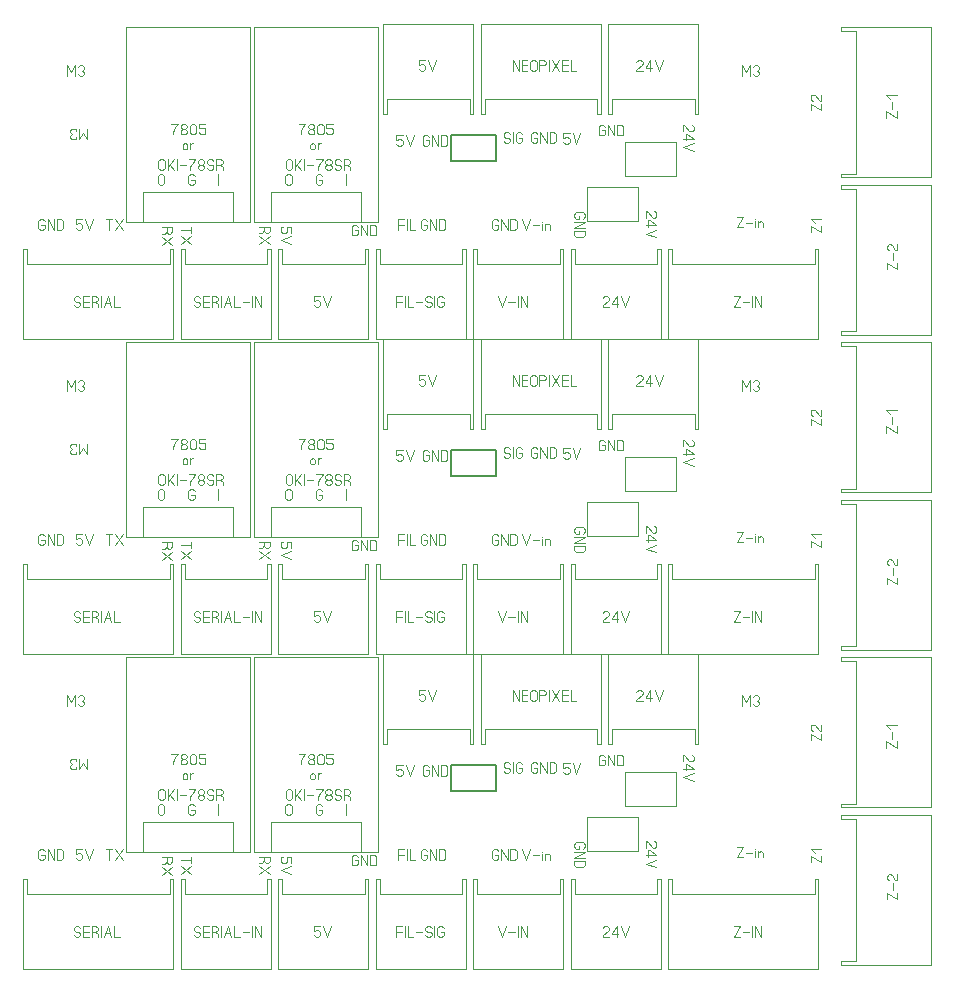
<source format=gbr>
%FSLAX34Y34*%
%MOMM*%
%LNCOPPER_BOTTOM*%
G71*
G01*
%ADD10C, 0.10*%
%ADD11C, 0.11*%
%ADD12C, 0.15*%
%LPD*%
G54D10*
X709612Y-17462D02*
X703262Y-17462D01*
X703262Y-14288D01*
X779462Y-14288D01*
X779462Y-141288D01*
X703262Y-141288D01*
X703262Y-138112D01*
X709612Y-138112D01*
G54D10*
X709612Y-17462D02*
X715962Y-17462D01*
X715962Y-138112D01*
X709612Y-138112D01*
G54D10*
X709612Y-150812D02*
X703262Y-150812D01*
X703262Y-147638D01*
X779462Y-147638D01*
X779462Y-274638D01*
X703262Y-274638D01*
X703262Y-271462D01*
X709612Y-271462D01*
G54D10*
X709612Y-150812D02*
X715962Y-150812D01*
X715962Y-271462D01*
X709612Y-271462D01*
G54D10*
X547688Y-207962D02*
X547688Y-201612D01*
X550863Y-201612D01*
X550862Y-277812D01*
X474662Y-277812D01*
X474663Y-201612D01*
X477838Y-201612D01*
X477838Y-207962D01*
G54D10*
X547688Y-207962D02*
X547688Y-214312D01*
X477838Y-214312D01*
X477838Y-207962D01*
G54D10*
X509588Y-80962D02*
X509588Y-87312D01*
X506412Y-87312D01*
X506412Y-11112D01*
X582612Y-11112D01*
X582612Y-87312D01*
X579438Y-87312D01*
X579437Y-80962D01*
G54D10*
X509588Y-80962D02*
X509588Y-74612D01*
X579438Y-74612D01*
X579437Y-80962D01*
G54D10*
X681038Y-207962D02*
X681038Y-201612D01*
X684212Y-201612D01*
X684212Y-277812D01*
X557212Y-277812D01*
X557212Y-201612D01*
X560388Y-201612D01*
X560388Y-207962D01*
G54D10*
X681038Y-207962D02*
X681038Y-214312D01*
X560388Y-214312D01*
X560388Y-207962D01*
G54D10*
X319087Y-80962D02*
X319087Y-87312D01*
X315912Y-87312D01*
X315912Y-11112D01*
X392112Y-11112D01*
X392112Y-87312D01*
X388938Y-87312D01*
X388937Y-80962D01*
G54D10*
X319087Y-80962D02*
X319087Y-74612D01*
X388938Y-74612D01*
X388937Y-80962D01*
G54D10*
X134938Y-207962D02*
X134937Y-201612D01*
X138112Y-201612D01*
X138112Y-277812D01*
X11112Y-277812D01*
X11112Y-201612D01*
X14288Y-201612D01*
X14288Y-207962D01*
G54D10*
X134938Y-207962D02*
X134938Y-214313D01*
X14288Y-214313D01*
X14288Y-207962D01*
G54D10*
X488553Y-149225D02*
X531812Y-149225D01*
X531813Y-177800D01*
X488553Y-177800D01*
X488553Y-149225D01*
G54D11*
X443742Y-107632D02*
X446408Y-107632D01*
X446408Y-110410D01*
X445742Y-111521D01*
X444408Y-112076D01*
X443075Y-112076D01*
X441741Y-111521D01*
X441075Y-110410D01*
X441075Y-104854D01*
X441741Y-103743D01*
X443075Y-103188D01*
X444408Y-103188D01*
X445741Y-103743D01*
X446408Y-104854D01*
G54D11*
X448852Y-112076D02*
X448852Y-103188D01*
X454185Y-112076D01*
X454185Y-103188D01*
G54D11*
X456629Y-112076D02*
X456629Y-103188D01*
X459962Y-103188D01*
X461296Y-103743D01*
X461962Y-104854D01*
X461962Y-110410D01*
X461295Y-111521D01*
X459962Y-112076D01*
X456629Y-112076D01*
G54D10*
X206375Y-179388D02*
X311150Y-179388D01*
X311150Y-14287D01*
X206375Y-14288D01*
X206375Y-179388D01*
G54D10*
X220662Y-179388D02*
X220662Y-153988D01*
X296862Y-153988D01*
X296862Y-179388D01*
G54D11*
X238696Y-127715D02*
X238696Y-133271D01*
X238029Y-134382D01*
X236696Y-134937D01*
X235362Y-134937D01*
X234029Y-134382D01*
X233362Y-133271D01*
X233362Y-127715D01*
X234029Y-126604D01*
X235362Y-126049D01*
X236696Y-126049D01*
X238029Y-126604D01*
X238696Y-127715D01*
G54D11*
X241140Y-134938D02*
X241139Y-126049D01*
G54D11*
X241140Y-132160D02*
X246472Y-126049D01*
G54D11*
X243139Y-130493D02*
X246473Y-134938D01*
G54D11*
X248916Y-134938D02*
X248916Y-126049D01*
G54D11*
X251360Y-131049D02*
X256694Y-131049D01*
G54D11*
X259138Y-126049D02*
X264471Y-126049D01*
X263804Y-127160D01*
X262471Y-128826D01*
X261138Y-131049D01*
X260471Y-132715D01*
X260471Y-134938D01*
G54D11*
X270248Y-130493D02*
X268914Y-130493D01*
X267581Y-129938D01*
X266914Y-128826D01*
X266914Y-127715D01*
X267581Y-126604D01*
X268914Y-126049D01*
X270248Y-126049D01*
X271581Y-126604D01*
X272248Y-127715D01*
X272248Y-128826D01*
X271581Y-129938D01*
X270248Y-130493D01*
X271581Y-131049D01*
X272248Y-132160D01*
X272248Y-133271D01*
X271581Y-134382D01*
X270248Y-134938D01*
X268914Y-134938D01*
X267581Y-134382D01*
X266914Y-133271D01*
X266914Y-132160D01*
X267581Y-131049D01*
X268914Y-130493D01*
G54D11*
X274692Y-133271D02*
X275358Y-134382D01*
X276691Y-134937D01*
X278025Y-134937D01*
X279358Y-134382D01*
X280025Y-133271D01*
X280025Y-132160D01*
X279358Y-131049D01*
X278025Y-130493D01*
X276692Y-130493D01*
X275358Y-129938D01*
X274691Y-128826D01*
X274691Y-127715D01*
X275358Y-126604D01*
X276692Y-126049D01*
X278025Y-126049D01*
X279358Y-126604D01*
X280025Y-127715D01*
G54D11*
X285135Y-130493D02*
X287135Y-131604D01*
X287802Y-132715D01*
X287802Y-134937D01*
G54D11*
X282468Y-134938D02*
X282468Y-126048D01*
X285802Y-126048D01*
X287135Y-126604D01*
X287802Y-127715D01*
X287802Y-128826D01*
X287135Y-129938D01*
X285802Y-130493D01*
X282468Y-130493D01*
G54D11*
X238299Y-140415D02*
X238299Y-145971D01*
X237632Y-147082D01*
X236299Y-147638D01*
X234965Y-147638D01*
X233632Y-147082D01*
X232966Y-145971D01*
X232966Y-140415D01*
X233632Y-139304D01*
X234966Y-138749D01*
X236299Y-138749D01*
X237632Y-139304D01*
X238299Y-140415D01*
G54D11*
X261429Y-143193D02*
X264096Y-143193D01*
X264096Y-145971D01*
X263429Y-147082D01*
X262096Y-147638D01*
X260762Y-147638D01*
X259429Y-147082D01*
X258762Y-145971D01*
X258762Y-140415D01*
X259429Y-139304D01*
X260762Y-138749D01*
X262096Y-138749D01*
X263429Y-139304D01*
X264096Y-140415D01*
G54D11*
X284162Y-147638D02*
X284162Y-138749D01*
G54D11*
X619578Y-55179D02*
X619578Y-46290D01*
X622911Y-51846D01*
X626245Y-46290D01*
X626245Y-55179D01*
G54D11*
X628689Y-47957D02*
X629356Y-46846D01*
X630689Y-46290D01*
X632022Y-46290D01*
X633356Y-46846D01*
X634022Y-47957D01*
X634022Y-49068D01*
X633356Y-50179D01*
X632022Y-50734D01*
X633356Y-51290D01*
X634022Y-52401D01*
X634022Y-53512D01*
X633356Y-54623D01*
X632022Y-55179D01*
X630689Y-55179D01*
X629356Y-54623D01*
X628689Y-53512D01*
G54D11*
X65088Y-100012D02*
X65088Y-108901D01*
X61754Y-103346D01*
X58421Y-108901D01*
X58421Y-100012D01*
G54D11*
X55976Y-107235D02*
X55310Y-108346D01*
X53976Y-108901D01*
X52643Y-108901D01*
X51310Y-108346D01*
X50643Y-107235D01*
X50643Y-106124D01*
X51310Y-105012D01*
X52643Y-104457D01*
X51310Y-103901D01*
X50643Y-102790D01*
X50643Y-101679D01*
X51310Y-100568D01*
X52643Y-100012D01*
X53976Y-100012D01*
X55310Y-100568D01*
X55976Y-101679D01*
G54D11*
X615364Y-174512D02*
X620698Y-174512D01*
X615364Y-183400D01*
X620698Y-183400D01*
G54D11*
X623142Y-179512D02*
X628475Y-179512D01*
G54D11*
X630918Y-183400D02*
X630918Y-178400D01*
G54D11*
X630918Y-176734D02*
X630918Y-176734D01*
G54D11*
X633362Y-183400D02*
X633362Y-178400D01*
G54D11*
X633362Y-179512D02*
X634029Y-178734D01*
X635362Y-178400D01*
X636696Y-178734D01*
X637362Y-179512D01*
X637362Y-183400D01*
G54D11*
X677877Y-187358D02*
X677877Y-182025D01*
X686766Y-187358D01*
X686766Y-182025D01*
G54D11*
X681210Y-179581D02*
X677877Y-176248D01*
X686766Y-176248D01*
G54D11*
X677698Y-84152D02*
X677698Y-78818D01*
X686587Y-84152D01*
X686587Y-78818D01*
G54D11*
X686587Y-71041D02*
X686587Y-76375D01*
X686032Y-76375D01*
X684920Y-75708D01*
X681587Y-71708D01*
X680476Y-71041D01*
X679365Y-71041D01*
X678254Y-71708D01*
X677698Y-73041D01*
X677698Y-74375D01*
X678254Y-75708D01*
X679365Y-76375D01*
G54D10*
X465138Y-207962D02*
X465138Y-201612D01*
X468313Y-201612D01*
X468312Y-277812D01*
X392112Y-277812D01*
X392112Y-201612D01*
X395288Y-201612D01*
X395288Y-207962D01*
G54D10*
X465138Y-207962D02*
X465138Y-214312D01*
X395288Y-214312D01*
X395288Y-207962D01*
G54D12*
X411112Y-104912D02*
X411112Y-126912D01*
X373112Y-126912D01*
X373112Y-104912D01*
X411112Y-104912D01*
G54D10*
X98425Y-179388D02*
X203200Y-179388D01*
X203200Y-14288D01*
X98425Y-14288D01*
X98425Y-179388D01*
G54D10*
X112712Y-179388D02*
X112712Y-153988D01*
X188912Y-153988D01*
X188912Y-179388D01*
G54D11*
X130746Y-127715D02*
X130746Y-133271D01*
X130079Y-134382D01*
X128746Y-134937D01*
X127412Y-134937D01*
X126079Y-134382D01*
X125412Y-133271D01*
X125412Y-127715D01*
X126079Y-126604D01*
X127412Y-126049D01*
X128746Y-126049D01*
X130079Y-126604D01*
X130746Y-127715D01*
G54D11*
X133190Y-134938D02*
X133189Y-126049D01*
G54D11*
X133190Y-132160D02*
X138523Y-126049D01*
G54D11*
X135189Y-130493D02*
X138523Y-134938D01*
G54D11*
X140966Y-134937D02*
X140966Y-126049D01*
G54D11*
X143410Y-131049D02*
X148744Y-131049D01*
G54D11*
X151187Y-126049D02*
X156521Y-126049D01*
X155854Y-127160D01*
X154521Y-128826D01*
X153188Y-131049D01*
X152521Y-132715D01*
X152521Y-134938D01*
G54D11*
X162298Y-130493D02*
X160964Y-130493D01*
X159631Y-129938D01*
X158964Y-128826D01*
X158964Y-127715D01*
X159631Y-126604D01*
X160964Y-126049D01*
X162298Y-126049D01*
X163631Y-126604D01*
X164298Y-127715D01*
X164298Y-128826D01*
X163631Y-129938D01*
X162298Y-130493D01*
X163631Y-131049D01*
X164298Y-132160D01*
X164298Y-133271D01*
X163631Y-134382D01*
X162298Y-134938D01*
X160964Y-134938D01*
X159631Y-134382D01*
X158964Y-133271D01*
X158964Y-132160D01*
X159631Y-131049D01*
X160964Y-130493D01*
G54D11*
X166742Y-133271D02*
X167408Y-134382D01*
X168741Y-134938D01*
X170075Y-134938D01*
X171408Y-134382D01*
X172075Y-133271D01*
X172075Y-132160D01*
X171408Y-131049D01*
X170075Y-130493D01*
X168741Y-130493D01*
X167408Y-129938D01*
X166741Y-128826D01*
X166741Y-127715D01*
X167408Y-126604D01*
X168741Y-126049D01*
X170075Y-126049D01*
X171408Y-126604D01*
X172075Y-127715D01*
G54D11*
X177185Y-130493D02*
X179185Y-131604D01*
X179852Y-132715D01*
X179852Y-134938D01*
G54D11*
X174518Y-134938D02*
X174518Y-126049D01*
X177852Y-126049D01*
X179185Y-126604D01*
X179852Y-127715D01*
X179852Y-128826D01*
X179185Y-129938D01*
X177852Y-130493D01*
X174518Y-130493D01*
G54D11*
X130349Y-140415D02*
X130349Y-145971D01*
X129682Y-147082D01*
X128349Y-147638D01*
X127016Y-147638D01*
X125682Y-147082D01*
X125016Y-145971D01*
X125016Y-140415D01*
X125682Y-139304D01*
X127016Y-138749D01*
X128349Y-138749D01*
X129682Y-139304D01*
X130349Y-140415D01*
G54D11*
X153479Y-143193D02*
X156146Y-143193D01*
X156146Y-145971D01*
X155479Y-147082D01*
X154146Y-147638D01*
X152812Y-147638D01*
X151479Y-147082D01*
X150812Y-145971D01*
X150812Y-140415D01*
X151479Y-139304D01*
X152812Y-138749D01*
X154146Y-138749D01*
X155479Y-139304D01*
X156146Y-140415D01*
G54D11*
X176212Y-147638D02*
X176212Y-138749D01*
G54D10*
X401638Y-80962D02*
X401637Y-87312D01*
X398462Y-87312D01*
X398462Y-11112D01*
X500062Y-11112D01*
X500062Y-87312D01*
X496888Y-87312D01*
X496887Y-80962D01*
G54D10*
X401638Y-80962D02*
X401638Y-74612D01*
X496887Y-74612D01*
X496887Y-80962D01*
G54D10*
X382588Y-207962D02*
X382588Y-201612D01*
X385762Y-201612D01*
X385762Y-277812D01*
X309562Y-277812D01*
X309562Y-201612D01*
X312737Y-201612D01*
X312738Y-207962D01*
G54D10*
X382588Y-207962D02*
X382588Y-214312D01*
X312737Y-214312D01*
X312738Y-207962D01*
G54D10*
X520303Y-111125D02*
X563562Y-111125D01*
X563563Y-139700D01*
X520303Y-139700D01*
X520303Y-111125D01*
G54D11*
X48078Y-55179D02*
X48078Y-46290D01*
X51411Y-51846D01*
X54745Y-46290D01*
X54745Y-55179D01*
G54D11*
X57189Y-47957D02*
X57856Y-46846D01*
X59189Y-46290D01*
X60522Y-46290D01*
X61856Y-46846D01*
X62522Y-47957D01*
X62522Y-49068D01*
X61856Y-50179D01*
X60522Y-50735D01*
X61856Y-51290D01*
X62522Y-52401D01*
X62522Y-53512D01*
X61856Y-54623D01*
X60522Y-55179D01*
X59189Y-55179D01*
X57856Y-54624D01*
X57189Y-53512D01*
G54D10*
X217487Y-207962D02*
X217487Y-201612D01*
X220662Y-201612D01*
X220662Y-277812D01*
X144462Y-277812D01*
X144462Y-201612D01*
X147637Y-201612D01*
X147638Y-207962D01*
G54D10*
X217487Y-207962D02*
X217487Y-214312D01*
X147637Y-214312D01*
X147638Y-207962D01*
G54D10*
X300038Y-207962D02*
X300038Y-201612D01*
X303212Y-201612D01*
X303212Y-277812D01*
X227012Y-277812D01*
X227012Y-201612D01*
X230188Y-201612D01*
X230188Y-207962D01*
G54D10*
X300038Y-207962D02*
X300038Y-214312D01*
X230188Y-214312D01*
X230188Y-207962D01*
G54D11*
X569913Y-102170D02*
X569913Y-96837D01*
X570469Y-96837D01*
X571580Y-97504D01*
X574913Y-101504D01*
X576024Y-102171D01*
X577135Y-102171D01*
X578246Y-101504D01*
X578802Y-100171D01*
X578802Y-98837D01*
X578246Y-97504D01*
X577135Y-96837D01*
G54D11*
X569913Y-108614D02*
X578802Y-108614D01*
X573246Y-104614D01*
X572135Y-104614D01*
X572135Y-109948D01*
G54D11*
X578802Y-112391D02*
X569913Y-115724D01*
X578802Y-119058D01*
G54D11*
X538162Y-175196D02*
X538162Y-169862D01*
X538718Y-169862D01*
X539829Y-170529D01*
X543162Y-174529D01*
X544274Y-175196D01*
X545385Y-175196D01*
X546496Y-174529D01*
X547051Y-173196D01*
X547051Y-171862D01*
X546496Y-170529D01*
X545385Y-169862D01*
G54D11*
X538162Y-181640D02*
X547051Y-181640D01*
X541496Y-177640D01*
X540385Y-177640D01*
X540385Y-182973D01*
G54D11*
X547051Y-185416D02*
X538162Y-188750D01*
X547051Y-192083D01*
G54D11*
X433388Y-176849D02*
X436721Y-185738D01*
X440054Y-176849D01*
G54D11*
X442498Y-181849D02*
X447832Y-181849D01*
G54D11*
X450276Y-185738D02*
X450276Y-180738D01*
G54D11*
X450276Y-179071D02*
X450276Y-179071D01*
G54D11*
X452720Y-185738D02*
X452720Y-180738D01*
G54D11*
X452720Y-181849D02*
X453386Y-181071D01*
X454720Y-180738D01*
X456053Y-181071D01*
X456720Y-181849D01*
X456720Y-185738D01*
G54D11*
X328612Y-185738D02*
X328612Y-176849D01*
X333279Y-176849D01*
G54D11*
X328612Y-181293D02*
X333279Y-181293D01*
G54D11*
X335724Y-185738D02*
X335724Y-176849D01*
G54D11*
X338168Y-176849D02*
X338168Y-185738D01*
X342834Y-185738D01*
G54D11*
X237974Y-188288D02*
X237974Y-182955D01*
X234086Y-182955D01*
X234086Y-183622D01*
X234641Y-184955D01*
X234641Y-186288D01*
X234086Y-187622D01*
X232974Y-188288D01*
X230752Y-188288D01*
X229641Y-187622D01*
X229086Y-186288D01*
X229086Y-184955D01*
X229641Y-183622D01*
X230752Y-182955D01*
G54D11*
X237974Y-190732D02*
X229086Y-194066D01*
X237974Y-197399D01*
G54D11*
X215166Y-185646D02*
X214055Y-187646D01*
X212944Y-188313D01*
X210721Y-188313D01*
G54D11*
X210721Y-182980D02*
X219610Y-182980D01*
X219610Y-186313D01*
X219055Y-187646D01*
X217944Y-188313D01*
X216832Y-188313D01*
X215721Y-187646D01*
X215166Y-186313D01*
X215166Y-182980D01*
G54D11*
X219610Y-190756D02*
X210721Y-197423D01*
G54D11*
X210721Y-190756D02*
X219610Y-197423D01*
G54D11*
X144334Y-185589D02*
X153223Y-185589D01*
G54D11*
X153222Y-182923D02*
X153223Y-188256D01*
G54D11*
X153223Y-190700D02*
X144334Y-197366D01*
G54D11*
X144334Y-190700D02*
X153223Y-197366D01*
G54D11*
X83629Y-185738D02*
X83629Y-176849D01*
G54D11*
X80962Y-176849D02*
X86296Y-176849D01*
G54D11*
X88740Y-176849D02*
X95406Y-185738D01*
G54D11*
X88740Y-185738D02*
X95406Y-176849D01*
G54D11*
X132616Y-186282D02*
X131505Y-188282D01*
X130394Y-188949D01*
X128171Y-188949D01*
G54D11*
X128171Y-183616D02*
X137060Y-183616D01*
X137060Y-186949D01*
X136505Y-188282D01*
X135394Y-188949D01*
X134282Y-188949D01*
X133171Y-188282D01*
X132616Y-186949D01*
X132616Y-183616D01*
G54D11*
X137060Y-191393D02*
X128171Y-198059D01*
G54D11*
X128171Y-191393D02*
X137060Y-198059D01*
G54D11*
X60896Y-176849D02*
X55562Y-176849D01*
X55562Y-180738D01*
X56229Y-180738D01*
X57562Y-180182D01*
X58896Y-180182D01*
X60229Y-180738D01*
X60896Y-181849D01*
X60896Y-184071D01*
X60229Y-185182D01*
X58896Y-185738D01*
X57562Y-185738D01*
X56229Y-185182D01*
X55562Y-184071D01*
G54D11*
X63340Y-176849D02*
X66673Y-185738D01*
X70006Y-176849D01*
G54D11*
X26479Y-181293D02*
X29146Y-181293D01*
X29146Y-184071D01*
X28479Y-185182D01*
X27146Y-185738D01*
X25812Y-185738D01*
X24479Y-185182D01*
X23812Y-184071D01*
X23812Y-178515D01*
X24479Y-177404D01*
X25812Y-176849D01*
X27146Y-176849D01*
X28479Y-177404D01*
X29146Y-178515D01*
G54D11*
X31590Y-185738D02*
X31590Y-176849D01*
X36923Y-185738D01*
X36923Y-176849D01*
G54D11*
X39366Y-185738D02*
X39366Y-176849D01*
X42700Y-176849D01*
X44033Y-177404D01*
X44700Y-178515D01*
X44700Y-184071D01*
X44033Y-185182D01*
X42700Y-185738D01*
X39366Y-185738D01*
G54D11*
X291752Y-185895D02*
X294419Y-185895D01*
X294419Y-188673D01*
X293752Y-189784D01*
X292419Y-190340D01*
X291085Y-190340D01*
X289752Y-189784D01*
X289085Y-188673D01*
X289085Y-183118D01*
X289752Y-182006D01*
X291085Y-181451D01*
X292419Y-181451D01*
X293752Y-182006D01*
X294419Y-183118D01*
G54D11*
X296862Y-190340D02*
X296862Y-181451D01*
X302196Y-190340D01*
X302196Y-181451D01*
G54D11*
X304639Y-190340D02*
X304639Y-181451D01*
X307973Y-181451D01*
X309306Y-182006D01*
X309973Y-183118D01*
X309973Y-188673D01*
X309306Y-189784D01*
X307973Y-190340D01*
X304639Y-190340D01*
G54D11*
X350329Y-181293D02*
X352996Y-181293D01*
X352996Y-184071D01*
X352329Y-185182D01*
X350996Y-185738D01*
X349663Y-185738D01*
X348329Y-185182D01*
X347662Y-184071D01*
X347662Y-178515D01*
X348329Y-177404D01*
X349662Y-176849D01*
X350996Y-176849D01*
X352329Y-177404D01*
X352996Y-178515D01*
G54D11*
X355440Y-185738D02*
X355440Y-176849D01*
X360773Y-185738D01*
X360773Y-176849D01*
G54D11*
X363217Y-185738D02*
X363216Y-176849D01*
X366550Y-176849D01*
X367883Y-177404D01*
X368550Y-178515D01*
X368550Y-184071D01*
X367883Y-185182D01*
X366550Y-185738D01*
X363217Y-185738D01*
G54D11*
X332358Y-105411D02*
X327025Y-105411D01*
X327025Y-109300D01*
X327692Y-109300D01*
X329025Y-108744D01*
X330358Y-108744D01*
X331692Y-109300D01*
X332358Y-110411D01*
X332358Y-112633D01*
X331692Y-113744D01*
X330358Y-114300D01*
X329025Y-114300D01*
X327692Y-113744D01*
X327025Y-112633D01*
G54D11*
X334802Y-105411D02*
X338135Y-114300D01*
X341469Y-105411D01*
G54D11*
X351917Y-109856D02*
X354583Y-109856D01*
X354583Y-112633D01*
X353917Y-113744D01*
X352583Y-114300D01*
X351250Y-114300D01*
X349917Y-113744D01*
X349250Y-112633D01*
X349250Y-107078D01*
X349917Y-105967D01*
X351250Y-105411D01*
X352583Y-105411D01*
X353917Y-105967D01*
X354583Y-107078D01*
G54D11*
X357027Y-114300D02*
X357027Y-105411D01*
X362360Y-114300D01*
X362360Y-105411D01*
G54D11*
X364804Y-114300D02*
X364804Y-105411D01*
X368137Y-105411D01*
X369471Y-105967D01*
X370137Y-107078D01*
X370137Y-112633D01*
X369471Y-113744D01*
X368137Y-114300D01*
X364804Y-114300D01*
G54D11*
X473646Y-103823D02*
X468313Y-103823D01*
X468313Y-107712D01*
X468980Y-107712D01*
X470313Y-107156D01*
X471646Y-107156D01*
X472980Y-107712D01*
X473646Y-108823D01*
X473646Y-111045D01*
X472980Y-112156D01*
X471646Y-112712D01*
X470313Y-112712D01*
X468980Y-112157D01*
X468313Y-111045D01*
G54D11*
X476090Y-103823D02*
X479423Y-112712D01*
X482757Y-103823D01*
G54D11*
X417834Y-110410D02*
X418500Y-111521D01*
X419834Y-112076D01*
X421167Y-112076D01*
X422500Y-111521D01*
X423167Y-110410D01*
X423167Y-109299D01*
X422500Y-108188D01*
X421167Y-107632D01*
X419834Y-107632D01*
X418500Y-107076D01*
X417834Y-105965D01*
X417834Y-104854D01*
X418500Y-103743D01*
X419834Y-103188D01*
X421167Y-103188D01*
X422500Y-103743D01*
X423167Y-104854D01*
G54D11*
X425610Y-112076D02*
X425610Y-103188D01*
G54D11*
X430721Y-107632D02*
X433388Y-107632D01*
X433388Y-110410D01*
X432721Y-111521D01*
X431388Y-112076D01*
X430054Y-112076D01*
X428721Y-111521D01*
X428054Y-110410D01*
X428054Y-104854D01*
X428721Y-103743D01*
X430054Y-103188D01*
X431388Y-103188D01*
X432721Y-103743D01*
X433388Y-104854D01*
G54D11*
X500892Y-101283D02*
X503559Y-101283D01*
X503559Y-104061D01*
X502892Y-105172D01*
X501559Y-105727D01*
X500225Y-105727D01*
X498892Y-105172D01*
X498225Y-104060D01*
X498225Y-98505D01*
X498892Y-97394D01*
X500225Y-96838D01*
X501559Y-96838D01*
X502892Y-97394D01*
X503559Y-98505D01*
G54D11*
X506002Y-105727D02*
X506002Y-96838D01*
X511336Y-105727D01*
X511336Y-96838D01*
G54D11*
X513779Y-105727D02*
X513779Y-96838D01*
X517113Y-96838D01*
X518446Y-97394D01*
X519113Y-98505D01*
X519113Y-104060D01*
X518446Y-105172D01*
X517113Y-105727D01*
X513779Y-105727D01*
G54D11*
X53975Y-249158D02*
X54642Y-250270D01*
X55975Y-250825D01*
X57308Y-250825D01*
X58642Y-250270D01*
X59308Y-249158D01*
X59308Y-248047D01*
X58642Y-246936D01*
X57308Y-246380D01*
X55975Y-246380D01*
X54642Y-245825D01*
X53975Y-244714D01*
X53975Y-243603D01*
X54642Y-242492D01*
X55975Y-241936D01*
X57308Y-241936D01*
X58642Y-242492D01*
X59308Y-243603D01*
G54D11*
X66419Y-250825D02*
X61752Y-250825D01*
X61752Y-241936D01*
X66419Y-241936D01*
G54D11*
X61752Y-246380D02*
X66419Y-246380D01*
G54D11*
X71530Y-246380D02*
X73530Y-247492D01*
X74196Y-248603D01*
X74196Y-250825D01*
G54D11*
X68863Y-250825D02*
X68863Y-241936D01*
X72196Y-241936D01*
X73530Y-242492D01*
X74196Y-243603D01*
X74196Y-244714D01*
X73530Y-245825D01*
X72196Y-246380D01*
X68863Y-246380D01*
G54D11*
X76640Y-250825D02*
X76640Y-241936D01*
G54D11*
X79084Y-250825D02*
X82417Y-241936D01*
X85751Y-250825D01*
G54D11*
X80417Y-247492D02*
X84417Y-247492D01*
G54D11*
X88195Y-241936D02*
X88195Y-250825D01*
X92862Y-250825D01*
G54D11*
X155575Y-249158D02*
X156242Y-250270D01*
X157575Y-250825D01*
X158908Y-250825D01*
X160242Y-250270D01*
X160908Y-249158D01*
X160908Y-248047D01*
X160242Y-246936D01*
X158908Y-246380D01*
X157575Y-246380D01*
X156242Y-245825D01*
X155575Y-244714D01*
X155575Y-243603D01*
X156242Y-242492D01*
X157575Y-241936D01*
X158908Y-241936D01*
X160242Y-242492D01*
X160908Y-243603D01*
G54D11*
X168019Y-250825D02*
X163352Y-250825D01*
X163352Y-241936D01*
X168019Y-241936D01*
G54D11*
X163352Y-246380D02*
X168019Y-246380D01*
G54D11*
X173130Y-246380D02*
X175130Y-247492D01*
X175796Y-248603D01*
X175796Y-250825D01*
G54D11*
X170463Y-250825D02*
X170463Y-241936D01*
X173796Y-241936D01*
X175130Y-242492D01*
X175796Y-243603D01*
X175796Y-244714D01*
X175130Y-245825D01*
X173796Y-246380D01*
X170463Y-246380D01*
G54D11*
X178240Y-250825D02*
X178240Y-241936D01*
G54D11*
X180684Y-250825D02*
X184017Y-241936D01*
X187351Y-250825D01*
G54D11*
X182017Y-247492D02*
X186017Y-247492D01*
G54D11*
X189795Y-241936D02*
X189795Y-250825D01*
X194462Y-250825D01*
G54D11*
X196906Y-246936D02*
X202239Y-246936D01*
G54D11*
X204683Y-250825D02*
X204683Y-241936D01*
G54D11*
X207127Y-250825D02*
X207127Y-241936D01*
X212460Y-250825D01*
X212460Y-241936D01*
G54D11*
X262508Y-241936D02*
X257175Y-241936D01*
X257175Y-245825D01*
X257842Y-245825D01*
X259175Y-245270D01*
X260508Y-245270D01*
X261842Y-245825D01*
X262508Y-246936D01*
X262508Y-249158D01*
X261842Y-250270D01*
X260508Y-250825D01*
X259175Y-250825D01*
X257842Y-250270D01*
X257175Y-249158D01*
G54D11*
X264952Y-241936D02*
X268285Y-250825D01*
X271619Y-241936D01*
G54D11*
X327025Y-250825D02*
X327025Y-241936D01*
X331692Y-241936D01*
G54D11*
X327025Y-246380D02*
X331692Y-246380D01*
G54D11*
X334136Y-250825D02*
X334136Y-241936D01*
G54D11*
X336580Y-241936D02*
X336580Y-250825D01*
X341247Y-250825D01*
G54D11*
X343691Y-246936D02*
X349024Y-246936D01*
G54D11*
X351468Y-249158D02*
X352135Y-250270D01*
X353468Y-250825D01*
X354801Y-250825D01*
X356135Y-250270D01*
X356801Y-249158D01*
X356801Y-248047D01*
X356135Y-246936D01*
X354801Y-246380D01*
X353468Y-246380D01*
X352135Y-245825D01*
X351468Y-244714D01*
X351468Y-243603D01*
X352135Y-242492D01*
X353468Y-241936D01*
X354801Y-241936D01*
X356135Y-242492D01*
X356801Y-243603D01*
G54D11*
X359245Y-250825D02*
X359245Y-241936D01*
G54D11*
X364356Y-246380D02*
X367022Y-246380D01*
X367022Y-249158D01*
X366356Y-250270D01*
X365022Y-250825D01*
X363689Y-250825D01*
X362356Y-250270D01*
X361689Y-249158D01*
X361689Y-243603D01*
X362356Y-242492D01*
X363689Y-241936D01*
X365022Y-241936D01*
X366356Y-242492D01*
X367022Y-243603D01*
G54D11*
X412750Y-241936D02*
X416083Y-250825D01*
X419417Y-241936D01*
G54D11*
X421861Y-246936D02*
X427194Y-246936D01*
G54D11*
X429638Y-250825D02*
X429638Y-241936D01*
G54D11*
X432082Y-250825D02*
X432082Y-241936D01*
X437415Y-250825D01*
X437415Y-241936D01*
G54D11*
X506983Y-250825D02*
X501650Y-250825D01*
X501650Y-250270D01*
X502317Y-249158D01*
X506317Y-245825D01*
X506983Y-244714D01*
X506983Y-243603D01*
X506317Y-242492D01*
X504983Y-241936D01*
X503650Y-241936D01*
X502317Y-242492D01*
X501650Y-243603D01*
G54D11*
X513427Y-250825D02*
X513427Y-241936D01*
X509427Y-247492D01*
X509427Y-248603D01*
X514760Y-248603D01*
G54D11*
X517204Y-241936D02*
X520537Y-250825D01*
X523871Y-241936D01*
G54D11*
X612775Y-241936D02*
X618108Y-241936D01*
X612775Y-250825D01*
X618108Y-250825D01*
G54D11*
X620552Y-246936D02*
X625885Y-246936D01*
G54D11*
X628329Y-250825D02*
X628329Y-241936D01*
G54D11*
X630773Y-250825D02*
X630773Y-241936D01*
X636106Y-250825D01*
X636106Y-241936D01*
G54D11*
X351408Y-41911D02*
X346075Y-41911D01*
X346075Y-45800D01*
X346742Y-45800D01*
X348075Y-45244D01*
X349408Y-45244D01*
X350742Y-45800D01*
X351408Y-46911D01*
X351408Y-49133D01*
X350742Y-50244D01*
X349408Y-50800D01*
X348075Y-50800D01*
X346742Y-50244D01*
X346075Y-49133D01*
G54D11*
X353852Y-41911D02*
X357185Y-50800D01*
X360519Y-41911D01*
G54D11*
X425450Y-50800D02*
X425450Y-41911D01*
X430783Y-50800D01*
X430783Y-41911D01*
G54D11*
X437894Y-50800D02*
X433227Y-50800D01*
X433227Y-41911D01*
X437894Y-41911D01*
G54D11*
X433227Y-46356D02*
X437894Y-46356D01*
G54D11*
X445671Y-43578D02*
X445671Y-49133D01*
X445005Y-50244D01*
X443671Y-50800D01*
X442338Y-50800D01*
X441005Y-50244D01*
X440338Y-49133D01*
X440338Y-43578D01*
X441005Y-42467D01*
X442338Y-41911D01*
X443671Y-41911D01*
X445005Y-42467D01*
X445671Y-43578D01*
G54D11*
X448115Y-50800D02*
X448115Y-41911D01*
X451448Y-41911D01*
X452782Y-42467D01*
X453448Y-43578D01*
X453448Y-44689D01*
X452782Y-45800D01*
X451448Y-46356D01*
X448115Y-46356D01*
G54D11*
X455892Y-50800D02*
X455892Y-41911D01*
G54D11*
X458336Y-41911D02*
X465003Y-50800D01*
G54D11*
X458336Y-50800D02*
X465003Y-41911D01*
G54D11*
X472114Y-50800D02*
X467447Y-50800D01*
X467447Y-41911D01*
X472114Y-41911D01*
G54D11*
X467447Y-46356D02*
X472114Y-46356D01*
G54D11*
X474558Y-41911D02*
X474558Y-50800D01*
X479225Y-50800D01*
G54D11*
X535558Y-50800D02*
X530225Y-50800D01*
X530225Y-50244D01*
X530892Y-49133D01*
X534892Y-45800D01*
X535558Y-44689D01*
X535558Y-43578D01*
X534892Y-42467D01*
X533558Y-41911D01*
X532225Y-41911D01*
X530892Y-42467D01*
X530225Y-43578D01*
G54D11*
X542002Y-50800D02*
X542002Y-41911D01*
X538002Y-47467D01*
X538002Y-48578D01*
X543335Y-48578D01*
G54D11*
X545779Y-41911D02*
X549112Y-50800D01*
X552446Y-41911D01*
G54D11*
X741624Y-90735D02*
X741624Y-85402D01*
X750512Y-90735D01*
X750513Y-85402D01*
G54D11*
X746624Y-82958D02*
X746624Y-77624D01*
G54D11*
X744957Y-75181D02*
X741624Y-71848D01*
X750513Y-71848D01*
G54D11*
X742318Y-218608D02*
X742318Y-213275D01*
X751207Y-218608D01*
X751207Y-213275D01*
G54D11*
X747318Y-210831D02*
X747318Y-205498D01*
G54D11*
X751207Y-197721D02*
X751207Y-203054D01*
X750652Y-203054D01*
X749540Y-202388D01*
X746207Y-198388D01*
X745096Y-197721D01*
X743985Y-197721D01*
X742874Y-198388D01*
X742318Y-199721D01*
X742318Y-201054D01*
X742874Y-202388D01*
X743985Y-203054D01*
G54D11*
X136525Y-95886D02*
X141858Y-95886D01*
X141192Y-96997D01*
X139858Y-98664D01*
X138525Y-100886D01*
X137858Y-102553D01*
X137858Y-104775D01*
G54D11*
X147635Y-100331D02*
X146302Y-100331D01*
X144969Y-99775D01*
X144302Y-98664D01*
X144302Y-97553D01*
X144969Y-96442D01*
X146302Y-95886D01*
X147635Y-95886D01*
X148969Y-96442D01*
X149635Y-97553D01*
X149635Y-98664D01*
X148969Y-99775D01*
X147635Y-100331D01*
X148969Y-100886D01*
X149635Y-101997D01*
X149635Y-103108D01*
X148969Y-104219D01*
X147635Y-104775D01*
X146302Y-104775D01*
X144969Y-104219D01*
X144302Y-103108D01*
X144302Y-101997D01*
X144969Y-100886D01*
X146302Y-100331D01*
G54D11*
X157412Y-97553D02*
X157412Y-103108D01*
X156746Y-104219D01*
X155412Y-104775D01*
X154079Y-104775D01*
X152746Y-104219D01*
X152079Y-103108D01*
X152079Y-97553D01*
X152746Y-96442D01*
X154079Y-95886D01*
X155412Y-95886D01*
X156746Y-96442D01*
X157412Y-97553D01*
G54D11*
X165189Y-95886D02*
X159856Y-95886D01*
X159856Y-99775D01*
X160523Y-99775D01*
X161856Y-99219D01*
X163189Y-99219D01*
X164523Y-99775D01*
X165189Y-100886D01*
X165189Y-103108D01*
X164523Y-104219D01*
X163189Y-104775D01*
X161856Y-104775D01*
X160523Y-104219D01*
X159856Y-103108D01*
G54D11*
X244475Y-95886D02*
X249808Y-95886D01*
X249142Y-96997D01*
X247808Y-98664D01*
X246475Y-100886D01*
X245808Y-102553D01*
X245808Y-104775D01*
G54D11*
X255585Y-100331D02*
X254252Y-100331D01*
X252919Y-99775D01*
X252252Y-98664D01*
X252252Y-97553D01*
X252919Y-96442D01*
X254252Y-95886D01*
X255585Y-95886D01*
X256919Y-96442D01*
X257585Y-97553D01*
X257585Y-98664D01*
X256919Y-99775D01*
X255585Y-100331D01*
X256919Y-100886D01*
X257585Y-101997D01*
X257585Y-103108D01*
X256919Y-104219D01*
X255585Y-104775D01*
X254252Y-104775D01*
X252919Y-104219D01*
X252252Y-103108D01*
X252252Y-101997D01*
X252919Y-100886D01*
X254252Y-100331D01*
G54D11*
X265362Y-97553D02*
X265362Y-103108D01*
X264696Y-104219D01*
X263362Y-104775D01*
X262029Y-104775D01*
X260696Y-104219D01*
X260029Y-103108D01*
X260029Y-97553D01*
X260696Y-96442D01*
X262029Y-95886D01*
X263362Y-95886D01*
X264696Y-96442D01*
X265362Y-97553D01*
G54D11*
X273139Y-95886D02*
X267806Y-95886D01*
X267806Y-99775D01*
X268473Y-99775D01*
X269806Y-99219D01*
X271139Y-99219D01*
X272473Y-99775D01*
X273139Y-100886D01*
X273139Y-103108D01*
X272473Y-104219D01*
X271139Y-104775D01*
X269806Y-104775D01*
X268473Y-104219D01*
X267806Y-103108D01*
G54D11*
X150050Y-116142D02*
X150050Y-113919D01*
X149383Y-112808D01*
X148050Y-112475D01*
X146717Y-112808D01*
X146050Y-113919D01*
X146050Y-116142D01*
X146717Y-117253D01*
X148050Y-117475D01*
X149383Y-117253D01*
X150050Y-116142D01*
G54D11*
X152494Y-117475D02*
X152494Y-112475D01*
G54D11*
X152494Y-113586D02*
X153827Y-112475D01*
X155161Y-112475D01*
G54D11*
X258000Y-116142D02*
X258000Y-113919D01*
X257333Y-112808D01*
X256000Y-112475D01*
X254667Y-112808D01*
X254000Y-113919D01*
X254000Y-116142D01*
X254667Y-117253D01*
X256000Y-117475D01*
X257333Y-117253D01*
X258000Y-116142D01*
G54D11*
X260444Y-117475D02*
X260444Y-112475D01*
G54D11*
X260444Y-113586D02*
X261777Y-112475D01*
X263111Y-112475D01*
G54D11*
X410654Y-181293D02*
X413321Y-181293D01*
X413321Y-184071D01*
X412654Y-185182D01*
X411321Y-185738D01*
X409988Y-185738D01*
X408654Y-185182D01*
X407988Y-184071D01*
X407988Y-178515D01*
X408654Y-177404D01*
X409988Y-176849D01*
X411321Y-176849D01*
X412654Y-177404D01*
X413321Y-178515D01*
G54D11*
X415764Y-185738D02*
X415764Y-176849D01*
X421098Y-185738D01*
X421098Y-176849D01*
G54D11*
X423542Y-185738D02*
X423542Y-176849D01*
X426875Y-176849D01*
X428208Y-177404D01*
X428875Y-178515D01*
X428875Y-184071D01*
X428208Y-185182D01*
X426875Y-185738D01*
X423542Y-185738D01*
G54D11*
X481932Y-173516D02*
X481932Y-176183D01*
X479154Y-176183D01*
X478043Y-175516D01*
X477487Y-174183D01*
X477487Y-172850D01*
X478043Y-171516D01*
X479154Y-170850D01*
X484709Y-170850D01*
X485820Y-171516D01*
X486376Y-172850D01*
X486376Y-174183D01*
X485820Y-175516D01*
X484709Y-176183D01*
G54D11*
X477487Y-178627D02*
X486376Y-178627D01*
X477487Y-183960D01*
X486376Y-183960D01*
G54D11*
X477487Y-186404D02*
X486376Y-186404D01*
X486376Y-189737D01*
X485820Y-191070D01*
X484709Y-191737D01*
X479154Y-191737D01*
X478043Y-191070D01*
X477487Y-189737D01*
X477487Y-186404D01*
G54D10*
X709612Y-284162D02*
X703262Y-284162D01*
X703262Y-280988D01*
X779462Y-280988D01*
X779462Y-407988D01*
X703262Y-407988D01*
X703262Y-404812D01*
X709612Y-404812D01*
G54D10*
X709612Y-284162D02*
X715962Y-284162D01*
X715962Y-404812D01*
X709612Y-404812D01*
G54D10*
X709612Y-417512D02*
X703262Y-417512D01*
X703262Y-414338D01*
X779462Y-414338D01*
X779462Y-541338D01*
X703262Y-541338D01*
X703262Y-538162D01*
X709612Y-538162D01*
G54D10*
X709612Y-417512D02*
X715962Y-417512D01*
X715962Y-538162D01*
X709612Y-538162D01*
G54D10*
X547688Y-474662D02*
X547688Y-468312D01*
X550863Y-468312D01*
X550862Y-544512D01*
X474662Y-544512D01*
X474663Y-468312D01*
X477838Y-468312D01*
X477838Y-474662D01*
G54D10*
X547688Y-474662D02*
X547688Y-481012D01*
X477838Y-481012D01*
X477838Y-474662D01*
G54D10*
X509588Y-347662D02*
X509588Y-354012D01*
X506412Y-354012D01*
X506412Y-277812D01*
X582612Y-277812D01*
X582612Y-354012D01*
X579438Y-354012D01*
X579437Y-347662D01*
G54D10*
X509588Y-347662D02*
X509588Y-341312D01*
X579438Y-341312D01*
X579437Y-347662D01*
G54D10*
X681038Y-474662D02*
X681038Y-468312D01*
X684212Y-468312D01*
X684212Y-544512D01*
X557212Y-544512D01*
X557212Y-468312D01*
X560388Y-468312D01*
X560388Y-474662D01*
G54D10*
X681038Y-474662D02*
X681038Y-481012D01*
X560388Y-481012D01*
X560388Y-474662D01*
G54D10*
X319087Y-347662D02*
X319087Y-354012D01*
X315912Y-354012D01*
X315912Y-277812D01*
X392112Y-277812D01*
X392112Y-354012D01*
X388938Y-354012D01*
X388937Y-347662D01*
G54D10*
X319087Y-347662D02*
X319087Y-341312D01*
X388938Y-341312D01*
X388937Y-347662D01*
G54D10*
X134938Y-474662D02*
X134937Y-468312D01*
X138112Y-468312D01*
X138112Y-544512D01*
X11112Y-544512D01*
X11112Y-468312D01*
X14288Y-468312D01*
X14288Y-474662D01*
G54D10*
X134938Y-474662D02*
X134938Y-481013D01*
X14288Y-481013D01*
X14288Y-474662D01*
G54D10*
X488553Y-415925D02*
X531812Y-415925D01*
X531813Y-444500D01*
X488553Y-444500D01*
X488553Y-415925D01*
G54D11*
X443742Y-374332D02*
X446408Y-374332D01*
X446408Y-377110D01*
X445742Y-378221D01*
X444408Y-378776D01*
X443075Y-378776D01*
X441741Y-378221D01*
X441075Y-377110D01*
X441075Y-371554D01*
X441741Y-370443D01*
X443075Y-369888D01*
X444408Y-369888D01*
X445741Y-370443D01*
X446408Y-371554D01*
G54D11*
X448852Y-378776D02*
X448852Y-369888D01*
X454185Y-378776D01*
X454185Y-369888D01*
G54D11*
X456629Y-378776D02*
X456629Y-369888D01*
X459962Y-369888D01*
X461296Y-370443D01*
X461962Y-371554D01*
X461962Y-377110D01*
X461295Y-378221D01*
X459962Y-378776D01*
X456629Y-378776D01*
G54D10*
X206375Y-446088D02*
X311150Y-446088D01*
X311150Y-280987D01*
X206375Y-280988D01*
X206375Y-446088D01*
G54D10*
X220662Y-446088D02*
X220662Y-420688D01*
X296862Y-420688D01*
X296862Y-446088D01*
G54D11*
X238696Y-394415D02*
X238696Y-399971D01*
X238029Y-401082D01*
X236696Y-401638D01*
X235362Y-401638D01*
X234029Y-401082D01*
X233362Y-399971D01*
X233362Y-394415D01*
X234029Y-393304D01*
X235362Y-392748D01*
X236696Y-392748D01*
X238029Y-393304D01*
X238696Y-394415D01*
G54D11*
X241140Y-401638D02*
X241139Y-392748D01*
G54D11*
X241140Y-398860D02*
X246472Y-392748D01*
G54D11*
X243139Y-397193D02*
X246473Y-401638D01*
G54D11*
X248916Y-401638D02*
X248916Y-392748D01*
G54D11*
X251360Y-397749D02*
X256694Y-397749D01*
G54D11*
X259138Y-392748D02*
X264471Y-392749D01*
X263804Y-393860D01*
X262471Y-395526D01*
X261138Y-397749D01*
X260471Y-399415D01*
X260471Y-401638D01*
G54D11*
X270248Y-397193D02*
X268914Y-397193D01*
X267581Y-396638D01*
X266914Y-395526D01*
X266914Y-394415D01*
X267581Y-393304D01*
X268914Y-392749D01*
X270248Y-392749D01*
X271581Y-393304D01*
X272248Y-394415D01*
X272248Y-395526D01*
X271581Y-396638D01*
X270248Y-397193D01*
X271581Y-397748D01*
X272248Y-398860D01*
X272248Y-399971D01*
X271581Y-401082D01*
X270248Y-401638D01*
X268914Y-401638D01*
X267581Y-401082D01*
X266914Y-399971D01*
X266914Y-398860D01*
X267581Y-397749D01*
X268914Y-397193D01*
G54D11*
X274692Y-399971D02*
X275358Y-401082D01*
X276691Y-401638D01*
X278025Y-401638D01*
X279358Y-401082D01*
X280025Y-399971D01*
X280025Y-398860D01*
X279358Y-397749D01*
X278025Y-397193D01*
X276692Y-397193D01*
X275358Y-396638D01*
X274691Y-395526D01*
X274691Y-394415D01*
X275358Y-393304D01*
X276692Y-392749D01*
X278025Y-392749D01*
X279358Y-393304D01*
X280025Y-394415D01*
G54D11*
X285135Y-397193D02*
X287135Y-398304D01*
X287802Y-399415D01*
X287802Y-401638D01*
G54D11*
X282468Y-401638D02*
X282468Y-392748D01*
X285802Y-392748D01*
X287135Y-393304D01*
X287802Y-394415D01*
X287802Y-395526D01*
X287135Y-396638D01*
X285802Y-397193D01*
X282468Y-397193D01*
G54D11*
X238299Y-407115D02*
X238299Y-412671D01*
X237632Y-413782D01*
X236299Y-414338D01*
X234965Y-414338D01*
X233632Y-413782D01*
X232966Y-412671D01*
X232966Y-407115D01*
X233632Y-406004D01*
X234966Y-405448D01*
X236299Y-405448D01*
X237632Y-406004D01*
X238299Y-407115D01*
G54D11*
X261429Y-409893D02*
X264096Y-409893D01*
X264096Y-412671D01*
X263429Y-413782D01*
X262096Y-414338D01*
X260762Y-414338D01*
X259429Y-413782D01*
X258762Y-412671D01*
X258762Y-407115D01*
X259429Y-406004D01*
X260762Y-405449D01*
X262096Y-405449D01*
X263429Y-406004D01*
X264096Y-407115D01*
G54D11*
X284162Y-414338D02*
X284162Y-405449D01*
G54D11*
X619578Y-321879D02*
X619578Y-312990D01*
X622911Y-318546D01*
X626245Y-312990D01*
X626245Y-321879D01*
G54D11*
X628689Y-314657D02*
X629356Y-313546D01*
X630689Y-312990D01*
X632022Y-312990D01*
X633356Y-313546D01*
X634022Y-314657D01*
X634022Y-315768D01*
X633356Y-316879D01*
X632022Y-317434D01*
X633356Y-317990D01*
X634022Y-319101D01*
X634022Y-320212D01*
X633356Y-321324D01*
X632022Y-321879D01*
X630689Y-321879D01*
X629356Y-321324D01*
X628689Y-320212D01*
G54D11*
X65088Y-366712D02*
X65088Y-375601D01*
X61754Y-370046D01*
X58421Y-375601D01*
X58421Y-366712D01*
G54D11*
X55976Y-373935D02*
X55310Y-375046D01*
X53976Y-375601D01*
X52643Y-375601D01*
X51310Y-375046D01*
X50643Y-373935D01*
X50643Y-372824D01*
X51310Y-371712D01*
X52643Y-371157D01*
X51310Y-370601D01*
X50643Y-369490D01*
X50643Y-368379D01*
X51310Y-367268D01*
X52643Y-366712D01*
X53976Y-366712D01*
X55310Y-367268D01*
X55976Y-368379D01*
G54D11*
X615364Y-441212D02*
X620698Y-441212D01*
X615364Y-450100D01*
X620698Y-450100D01*
G54D11*
X623142Y-446212D02*
X628475Y-446212D01*
G54D11*
X630918Y-450100D02*
X630918Y-445100D01*
G54D11*
X630918Y-443434D02*
X630918Y-443434D01*
G54D11*
X633362Y-450100D02*
X633362Y-445100D01*
G54D11*
X633362Y-446212D02*
X634029Y-445434D01*
X635362Y-445100D01*
X636696Y-445434D01*
X637362Y-446212D01*
X637362Y-450100D01*
G54D11*
X677877Y-454058D02*
X677877Y-448725D01*
X686766Y-454058D01*
X686766Y-448725D01*
G54D11*
X681210Y-446281D02*
X677877Y-442948D01*
X686766Y-442948D01*
G54D11*
X677698Y-350852D02*
X677698Y-345518D01*
X686587Y-350852D01*
X686587Y-345518D01*
G54D11*
X686587Y-337741D02*
X686587Y-343075D01*
X686032Y-343075D01*
X684920Y-342408D01*
X681587Y-338408D01*
X680476Y-337741D01*
X679365Y-337741D01*
X678254Y-338408D01*
X677698Y-339741D01*
X677698Y-341075D01*
X678254Y-342408D01*
X679365Y-343075D01*
G54D10*
X465138Y-474662D02*
X465138Y-468312D01*
X468313Y-468312D01*
X468312Y-544512D01*
X392112Y-544512D01*
X392112Y-468312D01*
X395288Y-468312D01*
X395288Y-474662D01*
G54D10*
X465138Y-474662D02*
X465138Y-481012D01*
X395288Y-481012D01*
X395288Y-474662D01*
G54D12*
X411112Y-371612D02*
X411112Y-393612D01*
X373112Y-393612D01*
X373112Y-371612D01*
X411112Y-371612D01*
G54D10*
X98425Y-446088D02*
X203200Y-446088D01*
X203200Y-280988D01*
X98425Y-280988D01*
X98425Y-446088D01*
G54D10*
X112712Y-446088D02*
X112712Y-420688D01*
X188912Y-420688D01*
X188912Y-446088D01*
G54D11*
X130746Y-394415D02*
X130746Y-399971D01*
X130079Y-401082D01*
X128746Y-401638D01*
X127412Y-401638D01*
X126079Y-401082D01*
X125412Y-399971D01*
X125412Y-394415D01*
X126079Y-393304D01*
X127412Y-392749D01*
X128746Y-392749D01*
X130079Y-393304D01*
X130746Y-394415D01*
G54D11*
X133190Y-401638D02*
X133189Y-392749D01*
G54D11*
X133190Y-398860D02*
X138523Y-392749D01*
G54D11*
X135189Y-397193D02*
X138523Y-401638D01*
G54D11*
X140966Y-401638D02*
X140966Y-392749D01*
G54D11*
X143410Y-397749D02*
X148744Y-397749D01*
G54D11*
X151187Y-392749D02*
X156521Y-392749D01*
X155854Y-393860D01*
X154521Y-395526D01*
X153188Y-397749D01*
X152521Y-399415D01*
X152521Y-401638D01*
G54D11*
X162298Y-397193D02*
X160964Y-397193D01*
X159631Y-396638D01*
X158964Y-395526D01*
X158964Y-394415D01*
X159631Y-393304D01*
X160964Y-392749D01*
X162298Y-392749D01*
X163631Y-393304D01*
X164298Y-394415D01*
X164298Y-395526D01*
X163631Y-396638D01*
X162298Y-397193D01*
X163631Y-397749D01*
X164298Y-398860D01*
X164298Y-399971D01*
X163631Y-401082D01*
X162298Y-401638D01*
X160964Y-401638D01*
X159631Y-401082D01*
X158964Y-399971D01*
X158964Y-398860D01*
X159631Y-397749D01*
X160964Y-397193D01*
G54D11*
X166742Y-399971D02*
X167408Y-401082D01*
X168741Y-401638D01*
X170075Y-401638D01*
X171408Y-401082D01*
X172075Y-399971D01*
X172075Y-398860D01*
X171408Y-397749D01*
X170075Y-397193D01*
X168741Y-397193D01*
X167408Y-396638D01*
X166741Y-395526D01*
X166741Y-394415D01*
X167408Y-393304D01*
X168741Y-392749D01*
X170075Y-392749D01*
X171408Y-393304D01*
X172075Y-394415D01*
G54D11*
X177185Y-397193D02*
X179185Y-398304D01*
X179852Y-399415D01*
X179852Y-401638D01*
G54D11*
X174518Y-401638D02*
X174518Y-392749D01*
X177852Y-392749D01*
X179185Y-393304D01*
X179852Y-394415D01*
X179852Y-395526D01*
X179185Y-396638D01*
X177852Y-397193D01*
X174518Y-397193D01*
G54D11*
X130349Y-407115D02*
X130349Y-412671D01*
X129682Y-413782D01*
X128349Y-414338D01*
X127016Y-414338D01*
X125682Y-413782D01*
X125016Y-412671D01*
X125016Y-407115D01*
X125682Y-406004D01*
X127016Y-405449D01*
X128349Y-405449D01*
X129682Y-406004D01*
X130349Y-407115D01*
G54D11*
X153479Y-409893D02*
X156146Y-409893D01*
X156146Y-412671D01*
X155479Y-413782D01*
X154146Y-414338D01*
X152812Y-414338D01*
X151479Y-413782D01*
X150812Y-412671D01*
X150812Y-407115D01*
X151479Y-406004D01*
X152812Y-405449D01*
X154146Y-405449D01*
X155479Y-406004D01*
X156146Y-407115D01*
G54D11*
X176212Y-414338D02*
X176212Y-405449D01*
G54D10*
X401638Y-347662D02*
X401637Y-354012D01*
X398462Y-354012D01*
X398462Y-277812D01*
X500062Y-277812D01*
X500062Y-354012D01*
X496888Y-354012D01*
X496887Y-347662D01*
G54D10*
X401638Y-347662D02*
X401638Y-341312D01*
X496887Y-341312D01*
X496887Y-347662D01*
G54D10*
X382588Y-474662D02*
X382588Y-468312D01*
X385762Y-468312D01*
X385762Y-544512D01*
X309562Y-544512D01*
X309562Y-468312D01*
X312737Y-468312D01*
X312738Y-474662D01*
G54D10*
X382588Y-474662D02*
X382588Y-481012D01*
X312737Y-481012D01*
X312738Y-474662D01*
G54D10*
X520303Y-377825D02*
X563562Y-377825D01*
X563563Y-406400D01*
X520303Y-406400D01*
X520303Y-377825D01*
G54D11*
X48078Y-321879D02*
X48078Y-312990D01*
X51411Y-318546D01*
X54745Y-312990D01*
X54745Y-321879D01*
G54D11*
X57189Y-314657D02*
X57856Y-313546D01*
X59189Y-312990D01*
X60522Y-312990D01*
X61856Y-313546D01*
X62522Y-314657D01*
X62522Y-315768D01*
X61856Y-316879D01*
X60522Y-317434D01*
X61856Y-317990D01*
X62522Y-319101D01*
X62522Y-320212D01*
X61856Y-321324D01*
X60522Y-321879D01*
X59189Y-321879D01*
X57856Y-321324D01*
X57189Y-320212D01*
G54D10*
X217487Y-474662D02*
X217487Y-468312D01*
X220662Y-468312D01*
X220662Y-544512D01*
X144462Y-544512D01*
X144462Y-468312D01*
X147637Y-468312D01*
X147638Y-474662D01*
G54D10*
X217487Y-474662D02*
X217487Y-481012D01*
X147637Y-481012D01*
X147638Y-474662D01*
G54D10*
X300038Y-474662D02*
X300038Y-468312D01*
X303212Y-468312D01*
X303212Y-544512D01*
X227012Y-544512D01*
X227012Y-468312D01*
X230188Y-468312D01*
X230188Y-474662D01*
G54D10*
X300038Y-474662D02*
X300038Y-481012D01*
X230188Y-481012D01*
X230188Y-474662D01*
G54D11*
X569913Y-368870D02*
X569913Y-363537D01*
X570469Y-363537D01*
X571580Y-364204D01*
X574913Y-368204D01*
X576024Y-368871D01*
X577135Y-368871D01*
X578246Y-368204D01*
X578802Y-366870D01*
X578802Y-365537D01*
X578246Y-364204D01*
X577135Y-363537D01*
G54D11*
X569913Y-375314D02*
X578802Y-375314D01*
X573246Y-371314D01*
X572135Y-371314D01*
X572135Y-376648D01*
G54D11*
X578802Y-379091D02*
X569913Y-382424D01*
X578802Y-385758D01*
G54D11*
X538162Y-441896D02*
X538162Y-436562D01*
X538718Y-436562D01*
X539829Y-437229D01*
X543162Y-441229D01*
X544274Y-441896D01*
X545385Y-441896D01*
X546496Y-441229D01*
X547051Y-439896D01*
X547051Y-438562D01*
X546496Y-437229D01*
X545385Y-436562D01*
G54D11*
X538162Y-448340D02*
X547051Y-448340D01*
X541496Y-444340D01*
X540385Y-444340D01*
X540385Y-449673D01*
G54D11*
X547051Y-452116D02*
X538162Y-455450D01*
X547051Y-458783D01*
G54D11*
X433388Y-443549D02*
X436721Y-452438D01*
X440054Y-443549D01*
G54D11*
X442498Y-448549D02*
X447832Y-448549D01*
G54D11*
X450276Y-452438D02*
X450276Y-447438D01*
G54D11*
X450276Y-445771D02*
X450276Y-445771D01*
G54D11*
X452720Y-452438D02*
X452720Y-447438D01*
G54D11*
X452720Y-448549D02*
X453386Y-447771D01*
X454720Y-447438D01*
X456053Y-447771D01*
X456720Y-448549D01*
X456720Y-452438D01*
G54D11*
X328612Y-452438D02*
X328612Y-443549D01*
X333279Y-443549D01*
G54D11*
X328612Y-447993D02*
X333279Y-447993D01*
G54D11*
X335724Y-452438D02*
X335724Y-443549D01*
G54D11*
X338168Y-443549D02*
X338168Y-452438D01*
X342834Y-452438D01*
G54D11*
X237974Y-454988D02*
X237974Y-449655D01*
X234086Y-449655D01*
X234086Y-450322D01*
X234641Y-451655D01*
X234641Y-452988D01*
X234086Y-454322D01*
X232974Y-454988D01*
X230752Y-454988D01*
X229641Y-454322D01*
X229086Y-452988D01*
X229086Y-451655D01*
X229641Y-450322D01*
X230752Y-449655D01*
G54D11*
X237974Y-457432D02*
X229086Y-460766D01*
X237974Y-464099D01*
G54D11*
X215166Y-452346D02*
X214055Y-454346D01*
X212944Y-455013D01*
X210721Y-455013D01*
G54D11*
X210721Y-449680D02*
X219610Y-449680D01*
X219610Y-453013D01*
X219055Y-454346D01*
X217944Y-455013D01*
X216832Y-455013D01*
X215721Y-454346D01*
X215166Y-453013D01*
X215166Y-449680D01*
G54D11*
X219610Y-457456D02*
X210721Y-464123D01*
G54D11*
X210721Y-457456D02*
X219610Y-464123D01*
G54D11*
X144334Y-452290D02*
X153223Y-452290D01*
G54D11*
X153222Y-449623D02*
X153223Y-454956D01*
G54D11*
X153223Y-457400D02*
X144334Y-464066D01*
G54D11*
X144334Y-457400D02*
X153223Y-464066D01*
G54D11*
X83629Y-452438D02*
X83629Y-443549D01*
G54D11*
X80962Y-443549D02*
X86296Y-443549D01*
G54D11*
X88740Y-443549D02*
X95406Y-452438D01*
G54D11*
X88740Y-452438D02*
X95406Y-443549D01*
G54D11*
X132616Y-452982D02*
X131505Y-454982D01*
X130394Y-455649D01*
X128171Y-455649D01*
G54D11*
X128171Y-450316D02*
X137060Y-450316D01*
X137060Y-453649D01*
X136505Y-454982D01*
X135394Y-455649D01*
X134282Y-455649D01*
X133171Y-454982D01*
X132616Y-453649D01*
X132616Y-450316D01*
G54D11*
X137060Y-458092D02*
X128171Y-464759D01*
G54D11*
X128171Y-458092D02*
X137060Y-464759D01*
G54D11*
X60896Y-443549D02*
X55562Y-443549D01*
X55562Y-447438D01*
X56229Y-447438D01*
X57562Y-446882D01*
X58896Y-446882D01*
X60229Y-447438D01*
X60896Y-448549D01*
X60896Y-450771D01*
X60229Y-451882D01*
X58896Y-452438D01*
X57562Y-452438D01*
X56229Y-451882D01*
X55562Y-450771D01*
G54D11*
X63340Y-443549D02*
X66673Y-452438D01*
X70006Y-443549D01*
G54D11*
X26479Y-447993D02*
X29146Y-447993D01*
X29146Y-450771D01*
X28479Y-451882D01*
X27146Y-452438D01*
X25812Y-452438D01*
X24479Y-451882D01*
X23812Y-450771D01*
X23812Y-445215D01*
X24479Y-444104D01*
X25812Y-443549D01*
X27146Y-443549D01*
X28479Y-444104D01*
X29146Y-445215D01*
G54D11*
X31590Y-452438D02*
X31590Y-443549D01*
X36923Y-452438D01*
X36923Y-443549D01*
G54D11*
X39366Y-452438D02*
X39366Y-443549D01*
X42700Y-443549D01*
X44033Y-444104D01*
X44700Y-445215D01*
X44700Y-450771D01*
X44033Y-451882D01*
X42700Y-452438D01*
X39366Y-452438D01*
G54D11*
X291752Y-452595D02*
X294419Y-452595D01*
X294419Y-455373D01*
X293752Y-456484D01*
X292419Y-457040D01*
X291085Y-457040D01*
X289752Y-456484D01*
X289085Y-455373D01*
X289085Y-449818D01*
X289752Y-448706D01*
X291085Y-448151D01*
X292419Y-448151D01*
X293752Y-448706D01*
X294419Y-449818D01*
G54D11*
X296862Y-457040D02*
X296862Y-448151D01*
X302196Y-457040D01*
X302196Y-448151D01*
G54D11*
X304639Y-457040D02*
X304639Y-448151D01*
X307973Y-448151D01*
X309306Y-448706D01*
X309973Y-449818D01*
X309973Y-455373D01*
X309306Y-456484D01*
X307973Y-457040D01*
X304639Y-457040D01*
G54D11*
X350329Y-447993D02*
X352996Y-447993D01*
X352996Y-450771D01*
X352329Y-451882D01*
X350996Y-452438D01*
X349663Y-452438D01*
X348329Y-451882D01*
X347662Y-450771D01*
X347662Y-445215D01*
X348329Y-444104D01*
X349662Y-443549D01*
X350996Y-443549D01*
X352329Y-444104D01*
X352996Y-445215D01*
G54D11*
X355440Y-452438D02*
X355440Y-443549D01*
X360773Y-452438D01*
X360773Y-443549D01*
G54D11*
X363217Y-452438D02*
X363216Y-443549D01*
X366550Y-443549D01*
X367883Y-444104D01*
X368550Y-445215D01*
X368550Y-450771D01*
X367883Y-451882D01*
X366550Y-452438D01*
X363217Y-452438D01*
G54D11*
X332358Y-372111D02*
X327025Y-372111D01*
X327025Y-376000D01*
X327692Y-376000D01*
X329025Y-375444D01*
X330358Y-375444D01*
X331692Y-376000D01*
X332358Y-377111D01*
X332358Y-379333D01*
X331692Y-380444D01*
X330358Y-381000D01*
X329025Y-381000D01*
X327692Y-380444D01*
X327025Y-379333D01*
G54D11*
X334802Y-372111D02*
X338135Y-381000D01*
X341469Y-372111D01*
G54D11*
X351917Y-376556D02*
X354583Y-376556D01*
X354583Y-379333D01*
X353917Y-380444D01*
X352583Y-381000D01*
X351250Y-381000D01*
X349917Y-380444D01*
X349250Y-379333D01*
X349250Y-373778D01*
X349917Y-372667D01*
X351250Y-372111D01*
X352583Y-372111D01*
X353917Y-372667D01*
X354583Y-373778D01*
G54D11*
X357027Y-381000D02*
X357027Y-372111D01*
X362360Y-381000D01*
X362360Y-372111D01*
G54D11*
X364804Y-381000D02*
X364804Y-372111D01*
X368137Y-372111D01*
X369471Y-372667D01*
X370137Y-373778D01*
X370137Y-379333D01*
X369471Y-380444D01*
X368137Y-381000D01*
X364804Y-381000D01*
G54D11*
X473646Y-370523D02*
X468313Y-370523D01*
X468313Y-374412D01*
X468980Y-374412D01*
X470313Y-373856D01*
X471646Y-373856D01*
X472980Y-374412D01*
X473646Y-375523D01*
X473646Y-377745D01*
X472980Y-378856D01*
X471646Y-379412D01*
X470313Y-379412D01*
X468980Y-378856D01*
X468313Y-377746D01*
G54D11*
X476090Y-370523D02*
X479423Y-379412D01*
X482757Y-370523D01*
G54D11*
X417834Y-377110D02*
X418500Y-378221D01*
X419834Y-378776D01*
X421167Y-378776D01*
X422500Y-378221D01*
X423167Y-377110D01*
X423167Y-375999D01*
X422500Y-374888D01*
X421167Y-374332D01*
X419834Y-374332D01*
X418500Y-373776D01*
X417834Y-372665D01*
X417834Y-371554D01*
X418500Y-370443D01*
X419834Y-369888D01*
X421167Y-369888D01*
X422500Y-370443D01*
X423167Y-371554D01*
G54D11*
X425610Y-378776D02*
X425610Y-369888D01*
G54D11*
X430721Y-374332D02*
X433388Y-374332D01*
X433388Y-377110D01*
X432721Y-378221D01*
X431388Y-378776D01*
X430054Y-378776D01*
X428721Y-378221D01*
X428054Y-377110D01*
X428054Y-371554D01*
X428721Y-370443D01*
X430054Y-369888D01*
X431388Y-369888D01*
X432721Y-370443D01*
X433388Y-371554D01*
G54D11*
X500892Y-367983D02*
X503559Y-367983D01*
X503559Y-370760D01*
X502892Y-371872D01*
X501559Y-372427D01*
X500225Y-372427D01*
X498892Y-371872D01*
X498225Y-370760D01*
X498225Y-365205D01*
X498892Y-364094D01*
X500225Y-363538D01*
X501559Y-363538D01*
X502892Y-364094D01*
X503559Y-365205D01*
G54D11*
X506002Y-372427D02*
X506002Y-363538D01*
X511336Y-372427D01*
X511336Y-363538D01*
G54D11*
X513779Y-372427D02*
X513779Y-363538D01*
X517113Y-363538D01*
X518446Y-364094D01*
X519113Y-365205D01*
X519113Y-370760D01*
X518446Y-371872D01*
X517113Y-372427D01*
X513779Y-372427D01*
G54D11*
X53975Y-515858D02*
X54642Y-516970D01*
X55975Y-517525D01*
X57308Y-517525D01*
X58642Y-516970D01*
X59308Y-515858D01*
X59308Y-514747D01*
X58642Y-513636D01*
X57308Y-513080D01*
X55975Y-513080D01*
X54642Y-512525D01*
X53975Y-511414D01*
X53975Y-510303D01*
X54642Y-509192D01*
X55975Y-508636D01*
X57308Y-508636D01*
X58642Y-509192D01*
X59308Y-510303D01*
G54D11*
X66419Y-517525D02*
X61752Y-517525D01*
X61752Y-508636D01*
X66419Y-508636D01*
G54D11*
X61752Y-513080D02*
X66419Y-513080D01*
G54D11*
X71530Y-513080D02*
X73530Y-514192D01*
X74196Y-515303D01*
X74196Y-517525D01*
G54D11*
X68863Y-517525D02*
X68863Y-508636D01*
X72196Y-508636D01*
X73530Y-509192D01*
X74196Y-510303D01*
X74196Y-511414D01*
X73530Y-512525D01*
X72196Y-513080D01*
X68863Y-513080D01*
G54D11*
X76640Y-517525D02*
X76640Y-508636D01*
G54D11*
X79084Y-517525D02*
X82417Y-508636D01*
X85751Y-517525D01*
G54D11*
X80417Y-514192D02*
X84417Y-514192D01*
G54D11*
X88195Y-508636D02*
X88195Y-517525D01*
X92862Y-517525D01*
G54D11*
X155575Y-515858D02*
X156242Y-516970D01*
X157575Y-517525D01*
X158908Y-517525D01*
X160242Y-516970D01*
X160908Y-515858D01*
X160908Y-514747D01*
X160242Y-513636D01*
X158908Y-513080D01*
X157575Y-513080D01*
X156242Y-512525D01*
X155575Y-511414D01*
X155575Y-510303D01*
X156242Y-509192D01*
X157575Y-508636D01*
X158908Y-508636D01*
X160242Y-509192D01*
X160908Y-510303D01*
G54D11*
X168019Y-517525D02*
X163352Y-517525D01*
X163352Y-508636D01*
X168019Y-508636D01*
G54D11*
X163352Y-513080D02*
X168019Y-513080D01*
G54D11*
X173130Y-513080D02*
X175130Y-514192D01*
X175796Y-515303D01*
X175796Y-517525D01*
G54D11*
X170463Y-517525D02*
X170463Y-508636D01*
X173796Y-508636D01*
X175130Y-509192D01*
X175796Y-510303D01*
X175796Y-511414D01*
X175130Y-512525D01*
X173796Y-513080D01*
X170463Y-513080D01*
G54D11*
X178240Y-517525D02*
X178240Y-508636D01*
G54D11*
X180684Y-517525D02*
X184017Y-508636D01*
X187351Y-517525D01*
G54D11*
X182017Y-514192D02*
X186017Y-514192D01*
G54D11*
X189795Y-508636D02*
X189795Y-517525D01*
X194462Y-517525D01*
G54D11*
X196906Y-513636D02*
X202239Y-513636D01*
G54D11*
X204683Y-517525D02*
X204683Y-508636D01*
G54D11*
X207127Y-517525D02*
X207127Y-508636D01*
X212460Y-517525D01*
X212460Y-508636D01*
G54D11*
X262508Y-508636D02*
X257175Y-508636D01*
X257175Y-512525D01*
X257842Y-512525D01*
X259175Y-511970D01*
X260508Y-511970D01*
X261842Y-512525D01*
X262508Y-513636D01*
X262508Y-515858D01*
X261842Y-516970D01*
X260508Y-517525D01*
X259175Y-517525D01*
X257842Y-516970D01*
X257175Y-515858D01*
G54D11*
X264952Y-508636D02*
X268285Y-517525D01*
X271619Y-508636D01*
G54D11*
X327025Y-517525D02*
X327025Y-508636D01*
X331692Y-508636D01*
G54D11*
X327025Y-513080D02*
X331692Y-513080D01*
G54D11*
X334136Y-517525D02*
X334136Y-508636D01*
G54D11*
X336580Y-508636D02*
X336580Y-517525D01*
X341247Y-517525D01*
G54D11*
X343691Y-513636D02*
X349024Y-513636D01*
G54D11*
X351468Y-515858D02*
X352135Y-516970D01*
X353468Y-517525D01*
X354801Y-517525D01*
X356135Y-516970D01*
X356801Y-515858D01*
X356801Y-514747D01*
X356135Y-513636D01*
X354801Y-513080D01*
X353468Y-513080D01*
X352135Y-512525D01*
X351468Y-511414D01*
X351468Y-510303D01*
X352135Y-509192D01*
X353468Y-508636D01*
X354801Y-508636D01*
X356135Y-509192D01*
X356801Y-510303D01*
G54D11*
X359245Y-517525D02*
X359245Y-508636D01*
G54D11*
X364356Y-513080D02*
X367022Y-513080D01*
X367022Y-515858D01*
X366356Y-516970D01*
X365022Y-517525D01*
X363689Y-517525D01*
X362356Y-516970D01*
X361689Y-515858D01*
X361689Y-510303D01*
X362356Y-509192D01*
X363689Y-508636D01*
X365022Y-508636D01*
X366356Y-509192D01*
X367022Y-510303D01*
G54D11*
X412750Y-508636D02*
X416083Y-517525D01*
X419417Y-508636D01*
G54D11*
X421861Y-513636D02*
X427194Y-513636D01*
G54D11*
X429638Y-517525D02*
X429638Y-508636D01*
G54D11*
X432082Y-517525D02*
X432082Y-508636D01*
X437415Y-517525D01*
X437415Y-508636D01*
G54D11*
X506983Y-517525D02*
X501650Y-517525D01*
X501650Y-516970D01*
X502317Y-515858D01*
X506317Y-512525D01*
X506983Y-511414D01*
X506983Y-510303D01*
X506317Y-509192D01*
X504983Y-508636D01*
X503650Y-508636D01*
X502317Y-509192D01*
X501650Y-510303D01*
G54D11*
X513427Y-517525D02*
X513427Y-508636D01*
X509427Y-514192D01*
X509427Y-515303D01*
X514760Y-515303D01*
G54D11*
X517204Y-508636D02*
X520537Y-517525D01*
X523871Y-508636D01*
G54D11*
X612775Y-508636D02*
X618108Y-508636D01*
X612775Y-517525D01*
X618108Y-517525D01*
G54D11*
X620552Y-513636D02*
X625885Y-513636D01*
G54D11*
X628329Y-517525D02*
X628329Y-508636D01*
G54D11*
X630773Y-517525D02*
X630773Y-508636D01*
X636106Y-517525D01*
X636106Y-508636D01*
G54D11*
X351408Y-308611D02*
X346075Y-308611D01*
X346075Y-312500D01*
X346742Y-312500D01*
X348075Y-311944D01*
X349408Y-311944D01*
X350742Y-312500D01*
X351408Y-313611D01*
X351408Y-315833D01*
X350742Y-316944D01*
X349408Y-317500D01*
X348075Y-317500D01*
X346742Y-316944D01*
X346075Y-315833D01*
G54D11*
X353852Y-308611D02*
X357185Y-317500D01*
X360519Y-308611D01*
G54D11*
X425450Y-317500D02*
X425450Y-308611D01*
X430783Y-317500D01*
X430783Y-308611D01*
G54D11*
X437894Y-317500D02*
X433227Y-317500D01*
X433227Y-308611D01*
X437894Y-308611D01*
G54D11*
X433227Y-313056D02*
X437894Y-313056D01*
G54D11*
X445671Y-310278D02*
X445671Y-315833D01*
X445005Y-316944D01*
X443671Y-317500D01*
X442338Y-317500D01*
X441005Y-316944D01*
X440338Y-315833D01*
X440338Y-310278D01*
X441005Y-309167D01*
X442338Y-308611D01*
X443671Y-308611D01*
X445005Y-309167D01*
X445671Y-310278D01*
G54D11*
X448115Y-317500D02*
X448115Y-308611D01*
X451448Y-308611D01*
X452782Y-309167D01*
X453448Y-310278D01*
X453448Y-311389D01*
X452782Y-312500D01*
X451448Y-313056D01*
X448115Y-313056D01*
G54D11*
X455892Y-317500D02*
X455892Y-308611D01*
G54D11*
X458336Y-308611D02*
X465003Y-317500D01*
G54D11*
X458336Y-317500D02*
X465003Y-308611D01*
G54D11*
X472114Y-317500D02*
X467447Y-317500D01*
X467447Y-308611D01*
X472114Y-308611D01*
G54D11*
X467447Y-313056D02*
X472114Y-313056D01*
G54D11*
X474558Y-308611D02*
X474558Y-317500D01*
X479225Y-317500D01*
G54D11*
X535558Y-317500D02*
X530225Y-317500D01*
X530225Y-316944D01*
X530892Y-315833D01*
X534892Y-312500D01*
X535558Y-311389D01*
X535558Y-310278D01*
X534892Y-309167D01*
X533558Y-308611D01*
X532225Y-308611D01*
X530892Y-309167D01*
X530225Y-310278D01*
G54D11*
X542002Y-317500D02*
X542002Y-308611D01*
X538002Y-314167D01*
X538002Y-315278D01*
X543335Y-315278D01*
G54D11*
X545779Y-308611D02*
X549112Y-317500D01*
X552446Y-308611D01*
G54D11*
X741624Y-357435D02*
X741624Y-352102D01*
X750512Y-357435D01*
X750513Y-352102D01*
G54D11*
X746624Y-349658D02*
X746624Y-344324D01*
G54D11*
X744957Y-341881D02*
X741624Y-338548D01*
X750513Y-338548D01*
G54D11*
X742318Y-485308D02*
X742318Y-479975D01*
X751207Y-485308D01*
X751207Y-479975D01*
G54D11*
X747318Y-477531D02*
X747318Y-472198D01*
G54D11*
X751207Y-464421D02*
X751207Y-469754D01*
X750652Y-469754D01*
X749540Y-469088D01*
X746207Y-465088D01*
X745096Y-464421D01*
X743985Y-464421D01*
X742874Y-465088D01*
X742318Y-466421D01*
X742318Y-467754D01*
X742874Y-469088D01*
X743985Y-469754D01*
G54D11*
X136525Y-362586D02*
X141858Y-362586D01*
X141192Y-363697D01*
X139858Y-365364D01*
X138525Y-367586D01*
X137858Y-369253D01*
X137858Y-371475D01*
G54D11*
X147635Y-367030D02*
X146302Y-367030D01*
X144969Y-366475D01*
X144302Y-365364D01*
X144302Y-364253D01*
X144969Y-363142D01*
X146302Y-362586D01*
X147635Y-362586D01*
X148969Y-363142D01*
X149635Y-364253D01*
X149635Y-365364D01*
X148969Y-366475D01*
X147635Y-367030D01*
X148969Y-367586D01*
X149635Y-368697D01*
X149635Y-369808D01*
X148969Y-370920D01*
X147635Y-371475D01*
X146302Y-371475D01*
X144969Y-370920D01*
X144302Y-369808D01*
X144302Y-368697D01*
X144969Y-367586D01*
X146302Y-367030D01*
G54D11*
X157412Y-364253D02*
X157412Y-369808D01*
X156746Y-370920D01*
X155412Y-371475D01*
X154079Y-371475D01*
X152746Y-370920D01*
X152079Y-369808D01*
X152079Y-364253D01*
X152746Y-363142D01*
X154079Y-362586D01*
X155412Y-362586D01*
X156746Y-363142D01*
X157412Y-364253D01*
G54D11*
X165189Y-362586D02*
X159856Y-362586D01*
X159856Y-366475D01*
X160523Y-366475D01*
X161856Y-365920D01*
X163189Y-365920D01*
X164523Y-366475D01*
X165189Y-367586D01*
X165189Y-369808D01*
X164523Y-370920D01*
X163189Y-371475D01*
X161856Y-371475D01*
X160523Y-370920D01*
X159856Y-369808D01*
G54D11*
X244475Y-362586D02*
X249808Y-362586D01*
X249142Y-363697D01*
X247808Y-365364D01*
X246475Y-367586D01*
X245808Y-369253D01*
X245808Y-371475D01*
G54D11*
X255585Y-367030D02*
X254252Y-367030D01*
X252919Y-366475D01*
X252252Y-365364D01*
X252252Y-364253D01*
X252919Y-363142D01*
X254252Y-362586D01*
X255585Y-362586D01*
X256919Y-363142D01*
X257585Y-364253D01*
X257585Y-365364D01*
X256919Y-366475D01*
X255585Y-367030D01*
X256919Y-367586D01*
X257585Y-368697D01*
X257585Y-369808D01*
X256919Y-370920D01*
X255585Y-371475D01*
X254252Y-371475D01*
X252919Y-370920D01*
X252252Y-369808D01*
X252252Y-368697D01*
X252919Y-367586D01*
X254252Y-367030D01*
G54D11*
X265362Y-364253D02*
X265362Y-369808D01*
X264696Y-370920D01*
X263362Y-371475D01*
X262029Y-371475D01*
X260696Y-370920D01*
X260029Y-369808D01*
X260029Y-364253D01*
X260696Y-363142D01*
X262029Y-362586D01*
X263362Y-362586D01*
X264696Y-363142D01*
X265362Y-364253D01*
G54D11*
X273139Y-362586D02*
X267806Y-362586D01*
X267806Y-366475D01*
X268473Y-366475D01*
X269806Y-365920D01*
X271139Y-365920D01*
X272473Y-366475D01*
X273139Y-367586D01*
X273139Y-369808D01*
X272473Y-370920D01*
X271139Y-371475D01*
X269806Y-371475D01*
X268473Y-370920D01*
X267806Y-369808D01*
G54D11*
X150050Y-382842D02*
X150050Y-380620D01*
X149383Y-379508D01*
X148050Y-379175D01*
X146717Y-379508D01*
X146050Y-380620D01*
X146050Y-382842D01*
X146717Y-383953D01*
X148050Y-384175D01*
X149383Y-383953D01*
X150050Y-382842D01*
G54D11*
X152494Y-384175D02*
X152494Y-379175D01*
G54D11*
X152494Y-380286D02*
X153827Y-379175D01*
X155161Y-379175D01*
G54D11*
X258000Y-382842D02*
X258000Y-380620D01*
X257333Y-379508D01*
X256000Y-379175D01*
X254667Y-379508D01*
X254000Y-380620D01*
X254000Y-382842D01*
X254667Y-383953D01*
X256000Y-384175D01*
X257333Y-383953D01*
X258000Y-382842D01*
G54D11*
X260444Y-384175D02*
X260444Y-379175D01*
G54D11*
X260444Y-380286D02*
X261777Y-379175D01*
X263111Y-379175D01*
G54D11*
X410654Y-447993D02*
X413321Y-447993D01*
X413321Y-450771D01*
X412654Y-451882D01*
X411321Y-452438D01*
X409988Y-452438D01*
X408654Y-451882D01*
X407988Y-450771D01*
X407988Y-445215D01*
X408654Y-444104D01*
X409988Y-443549D01*
X411321Y-443549D01*
X412654Y-444104D01*
X413321Y-445215D01*
G54D11*
X415764Y-452438D02*
X415764Y-443549D01*
X421098Y-452438D01*
X421098Y-443549D01*
G54D11*
X423542Y-452438D02*
X423542Y-443549D01*
X426875Y-443549D01*
X428208Y-444104D01*
X428875Y-445215D01*
X428875Y-450771D01*
X428208Y-451882D01*
X426875Y-452438D01*
X423542Y-452438D01*
G54D11*
X481932Y-440216D02*
X481932Y-442883D01*
X479154Y-442883D01*
X478043Y-442216D01*
X477487Y-440883D01*
X477487Y-439550D01*
X478043Y-438216D01*
X479154Y-437550D01*
X484709Y-437550D01*
X485820Y-438216D01*
X486376Y-439550D01*
X486376Y-440883D01*
X485820Y-442216D01*
X484709Y-442883D01*
G54D11*
X477487Y-445327D02*
X486376Y-445327D01*
X477487Y-450660D01*
X486376Y-450660D01*
G54D11*
X477487Y-453104D02*
X486376Y-453104D01*
X486376Y-456437D01*
X485820Y-457770D01*
X484709Y-458437D01*
X479154Y-458437D01*
X478043Y-457770D01*
X477487Y-456437D01*
X477487Y-453104D01*
G54D10*
X709612Y-550862D02*
X703262Y-550862D01*
X703262Y-547688D01*
X779462Y-547688D01*
X779462Y-674688D01*
X703262Y-674688D01*
X703262Y-671512D01*
X709612Y-671512D01*
G54D10*
X709612Y-550862D02*
X715962Y-550862D01*
X715962Y-671512D01*
X709612Y-671512D01*
G54D10*
X709612Y-684212D02*
X703262Y-684212D01*
X703262Y-681038D01*
X779462Y-681038D01*
X779462Y-808038D01*
X703262Y-808038D01*
X703262Y-804862D01*
X709612Y-804862D01*
G54D10*
X709612Y-684212D02*
X715962Y-684212D01*
X715962Y-804862D01*
X709612Y-804862D01*
G54D10*
X547688Y-741362D02*
X547688Y-735012D01*
X550863Y-735012D01*
X550862Y-811212D01*
X474662Y-811212D01*
X474662Y-735012D01*
X477838Y-735012D01*
X477838Y-741362D01*
G54D10*
X547688Y-741362D02*
X547688Y-747712D01*
X477838Y-747712D01*
X477838Y-741362D01*
G54D10*
X509588Y-614362D02*
X509588Y-620712D01*
X506412Y-620712D01*
X506412Y-544512D01*
X582612Y-544512D01*
X582612Y-620712D01*
X579438Y-620712D01*
X579437Y-614362D01*
G54D10*
X509588Y-614362D02*
X509588Y-608012D01*
X579438Y-608012D01*
X579437Y-614362D01*
G54D10*
X681038Y-741362D02*
X681038Y-735012D01*
X684212Y-735012D01*
X684212Y-811212D01*
X557212Y-811212D01*
X557212Y-735012D01*
X560388Y-735012D01*
X560388Y-741362D01*
G54D10*
X681038Y-741362D02*
X681038Y-747712D01*
X560388Y-747712D01*
X560388Y-741362D01*
G54D10*
X319087Y-614362D02*
X319087Y-620712D01*
X315912Y-620712D01*
X315912Y-544512D01*
X392112Y-544512D01*
X392112Y-620712D01*
X388938Y-620712D01*
X388937Y-614362D01*
G54D10*
X319087Y-614362D02*
X319087Y-608012D01*
X388938Y-608012D01*
X388937Y-614362D01*
G54D10*
X134938Y-741362D02*
X134937Y-735012D01*
X138112Y-735012D01*
X138112Y-811212D01*
X11112Y-811212D01*
X11112Y-735012D01*
X14288Y-735012D01*
X14288Y-741362D01*
G54D10*
X134938Y-741362D02*
X134938Y-747713D01*
X14288Y-747713D01*
X14288Y-741362D01*
G54D10*
X488553Y-682625D02*
X531812Y-682625D01*
X531813Y-711200D01*
X488553Y-711200D01*
X488553Y-682625D01*
G54D11*
X443742Y-641032D02*
X446408Y-641032D01*
X446408Y-643810D01*
X445742Y-644921D01*
X444408Y-645476D01*
X443075Y-645476D01*
X441742Y-644921D01*
X441075Y-643810D01*
X441075Y-638254D01*
X441742Y-637143D01*
X443075Y-636588D01*
X444408Y-636588D01*
X445742Y-637143D01*
X446408Y-638254D01*
G54D11*
X448852Y-645476D02*
X448852Y-636588D01*
X454185Y-645476D01*
X454185Y-636588D01*
G54D11*
X456629Y-645476D02*
X456629Y-636588D01*
X459962Y-636588D01*
X461296Y-637143D01*
X461962Y-638254D01*
X461962Y-643810D01*
X461296Y-644921D01*
X459962Y-645476D01*
X456629Y-645476D01*
G54D10*
X206375Y-712788D02*
X311150Y-712788D01*
X311150Y-547687D01*
X206375Y-547688D01*
X206375Y-712788D01*
G54D10*
X220662Y-712788D02*
X220662Y-687388D01*
X296862Y-687388D01*
X296862Y-712788D01*
G54D11*
X238696Y-661115D02*
X238696Y-666671D01*
X238029Y-667782D01*
X236696Y-668338D01*
X235362Y-668338D01*
X234029Y-667782D01*
X233362Y-666671D01*
X233362Y-661115D01*
X234029Y-660004D01*
X235362Y-659448D01*
X236696Y-659448D01*
X238029Y-660004D01*
X238696Y-661115D01*
G54D11*
X241140Y-668338D02*
X241139Y-659448D01*
G54D11*
X241140Y-665560D02*
X246472Y-659448D01*
G54D11*
X243139Y-663893D02*
X246473Y-668338D01*
G54D11*
X248916Y-668338D02*
X248916Y-659448D01*
G54D11*
X251360Y-664449D02*
X256694Y-664449D01*
G54D11*
X259138Y-659448D02*
X264471Y-659449D01*
X263804Y-660560D01*
X262471Y-662226D01*
X261138Y-664449D01*
X260471Y-666115D01*
X260471Y-668338D01*
G54D11*
X270248Y-663893D02*
X268914Y-663893D01*
X267581Y-663338D01*
X266914Y-662226D01*
X266914Y-661115D01*
X267581Y-660004D01*
X268914Y-659449D01*
X270248Y-659449D01*
X271581Y-660004D01*
X272248Y-661115D01*
X272248Y-662226D01*
X271581Y-663338D01*
X270248Y-663893D01*
X271581Y-664448D01*
X272248Y-665560D01*
X272248Y-666671D01*
X271581Y-667782D01*
X270248Y-668338D01*
X268914Y-668338D01*
X267581Y-667782D01*
X266914Y-666671D01*
X266914Y-665560D01*
X267581Y-664449D01*
X268914Y-663893D01*
G54D11*
X274692Y-666671D02*
X275358Y-667782D01*
X276691Y-668338D01*
X278025Y-668338D01*
X279358Y-667782D01*
X280025Y-666671D01*
X280025Y-665560D01*
X279358Y-664449D01*
X278025Y-663893D01*
X276692Y-663893D01*
X275358Y-663338D01*
X274691Y-662226D01*
X274691Y-661115D01*
X275358Y-660004D01*
X276692Y-659449D01*
X278025Y-659449D01*
X279358Y-660004D01*
X280025Y-661115D01*
G54D11*
X285135Y-663893D02*
X287135Y-665004D01*
X287802Y-666115D01*
X287802Y-668338D01*
G54D11*
X282468Y-668338D02*
X282468Y-659448D01*
X285802Y-659448D01*
X287135Y-660004D01*
X287802Y-661115D01*
X287802Y-662226D01*
X287135Y-663338D01*
X285802Y-663893D01*
X282468Y-663893D01*
G54D11*
X238299Y-673815D02*
X238299Y-679371D01*
X237632Y-680482D01*
X236299Y-681038D01*
X234965Y-681038D01*
X233632Y-680482D01*
X232966Y-679371D01*
X232966Y-673815D01*
X233632Y-672704D01*
X234966Y-672148D01*
X236299Y-672148D01*
X237632Y-672704D01*
X238299Y-673815D01*
G54D11*
X261429Y-676593D02*
X264096Y-676593D01*
X264096Y-679371D01*
X263429Y-680482D01*
X262096Y-681038D01*
X260762Y-681038D01*
X259429Y-680482D01*
X258762Y-679371D01*
X258762Y-673815D01*
X259429Y-672704D01*
X260762Y-672149D01*
X262096Y-672149D01*
X263429Y-672704D01*
X264096Y-673815D01*
G54D11*
X284162Y-681038D02*
X284162Y-672149D01*
G54D11*
X619578Y-588579D02*
X619578Y-579690D01*
X622911Y-585246D01*
X626245Y-579690D01*
X626245Y-588579D01*
G54D11*
X628689Y-581357D02*
X629356Y-580246D01*
X630689Y-579690D01*
X632022Y-579690D01*
X633356Y-580246D01*
X634022Y-581357D01*
X634022Y-582468D01*
X633356Y-583579D01*
X632022Y-584134D01*
X633356Y-584690D01*
X634022Y-585801D01*
X634022Y-586912D01*
X633356Y-588024D01*
X632022Y-588579D01*
X630689Y-588579D01*
X629356Y-588024D01*
X628689Y-586912D01*
G54D11*
X65088Y-633412D02*
X65088Y-642301D01*
X61754Y-636746D01*
X58421Y-642301D01*
X58421Y-633412D01*
G54D11*
X55976Y-640635D02*
X55310Y-641746D01*
X53976Y-642301D01*
X52643Y-642301D01*
X51310Y-641746D01*
X50643Y-640635D01*
X50643Y-639524D01*
X51310Y-638412D01*
X52643Y-637857D01*
X51310Y-637301D01*
X50643Y-636190D01*
X50643Y-635079D01*
X51310Y-633968D01*
X52643Y-633412D01*
X53976Y-633412D01*
X55310Y-633968D01*
X55976Y-635079D01*
G54D11*
X615364Y-707912D02*
X620698Y-707912D01*
X615364Y-716800D01*
X620698Y-716800D01*
G54D11*
X623142Y-712912D02*
X628475Y-712912D01*
G54D11*
X630918Y-716800D02*
X630918Y-711800D01*
G54D11*
X630918Y-710134D02*
X630918Y-710134D01*
G54D11*
X633362Y-716800D02*
X633362Y-711800D01*
G54D11*
X633362Y-712912D02*
X634029Y-712134D01*
X635362Y-711800D01*
X636696Y-712134D01*
X637362Y-712912D01*
X637362Y-716800D01*
G54D11*
X677877Y-720758D02*
X677877Y-715425D01*
X686766Y-720758D01*
X686766Y-715425D01*
G54D11*
X681210Y-712981D02*
X677877Y-709648D01*
X686766Y-709648D01*
G54D11*
X677698Y-617552D02*
X677698Y-612218D01*
X686587Y-617552D01*
X686587Y-612218D01*
G54D11*
X686587Y-604441D02*
X686587Y-609775D01*
X686032Y-609775D01*
X684920Y-609108D01*
X681587Y-605108D01*
X680476Y-604441D01*
X679365Y-604441D01*
X678254Y-605108D01*
X677698Y-606441D01*
X677698Y-607775D01*
X678254Y-609108D01*
X679365Y-609775D01*
G54D10*
X465138Y-741362D02*
X465138Y-735012D01*
X468312Y-735012D01*
X468312Y-811212D01*
X392112Y-811212D01*
X392112Y-735012D01*
X395288Y-735012D01*
X395288Y-741362D01*
G54D10*
X465138Y-741362D02*
X465138Y-747712D01*
X395288Y-747712D01*
X395288Y-741362D01*
G54D12*
X411112Y-638312D02*
X411112Y-660312D01*
X373112Y-660312D01*
X373112Y-638312D01*
X411112Y-638312D01*
G54D10*
X98425Y-712788D02*
X203200Y-712788D01*
X203200Y-547688D01*
X98425Y-547688D01*
X98425Y-712788D01*
G54D10*
X112712Y-712788D02*
X112712Y-687388D01*
X188912Y-687388D01*
X188912Y-712788D01*
G54D11*
X130746Y-661115D02*
X130746Y-666671D01*
X130079Y-667782D01*
X128746Y-668338D01*
X127412Y-668338D01*
X126079Y-667782D01*
X125412Y-666671D01*
X125412Y-661115D01*
X126079Y-660004D01*
X127412Y-659449D01*
X128746Y-659449D01*
X130079Y-660004D01*
X130746Y-661115D01*
G54D11*
X133190Y-668338D02*
X133189Y-659449D01*
G54D11*
X133190Y-665560D02*
X138523Y-659449D01*
G54D11*
X135189Y-663893D02*
X138523Y-668338D01*
G54D11*
X140966Y-668338D02*
X140966Y-659449D01*
G54D11*
X143410Y-664449D02*
X148744Y-664449D01*
G54D11*
X151187Y-659449D02*
X156521Y-659449D01*
X155854Y-660560D01*
X154521Y-662226D01*
X153188Y-664449D01*
X152521Y-666115D01*
X152521Y-668338D01*
G54D11*
X162298Y-663893D02*
X160964Y-663893D01*
X159631Y-663338D01*
X158964Y-662226D01*
X158964Y-661115D01*
X159631Y-660004D01*
X160964Y-659449D01*
X162298Y-659449D01*
X163631Y-660004D01*
X164298Y-661115D01*
X164298Y-662226D01*
X163631Y-663338D01*
X162298Y-663893D01*
X163631Y-664449D01*
X164298Y-665560D01*
X164298Y-666671D01*
X163631Y-667782D01*
X162298Y-668338D01*
X160964Y-668338D01*
X159631Y-667782D01*
X158964Y-666671D01*
X158964Y-665560D01*
X159631Y-664449D01*
X160964Y-663893D01*
G54D11*
X166742Y-666671D02*
X167408Y-667782D01*
X168741Y-668338D01*
X170075Y-668338D01*
X171408Y-667782D01*
X172075Y-666671D01*
X172075Y-665560D01*
X171408Y-664449D01*
X170075Y-663893D01*
X168741Y-663893D01*
X167408Y-663338D01*
X166741Y-662226D01*
X166741Y-661115D01*
X167408Y-660004D01*
X168741Y-659449D01*
X170075Y-659449D01*
X171408Y-660004D01*
X172075Y-661115D01*
G54D11*
X177185Y-663893D02*
X179185Y-665004D01*
X179852Y-666115D01*
X179852Y-668338D01*
G54D11*
X174518Y-668338D02*
X174518Y-659449D01*
X177852Y-659449D01*
X179185Y-660004D01*
X179852Y-661115D01*
X179852Y-662226D01*
X179185Y-663338D01*
X177852Y-663893D01*
X174518Y-663893D01*
G54D11*
X130349Y-673815D02*
X130349Y-679371D01*
X129682Y-680482D01*
X128349Y-681038D01*
X127016Y-681038D01*
X125682Y-680482D01*
X125016Y-679371D01*
X125016Y-673815D01*
X125682Y-672704D01*
X127016Y-672149D01*
X128349Y-672149D01*
X129682Y-672704D01*
X130349Y-673815D01*
G54D11*
X153479Y-676593D02*
X156146Y-676593D01*
X156146Y-679371D01*
X155479Y-680482D01*
X154146Y-681038D01*
X152812Y-681038D01*
X151479Y-680482D01*
X150812Y-679371D01*
X150812Y-673815D01*
X151479Y-672704D01*
X152812Y-672149D01*
X154146Y-672149D01*
X155479Y-672704D01*
X156146Y-673815D01*
G54D11*
X176212Y-681038D02*
X176212Y-672149D01*
G54D10*
X401638Y-614362D02*
X401637Y-620712D01*
X398462Y-620712D01*
X398462Y-544512D01*
X500062Y-544512D01*
X500062Y-620712D01*
X496888Y-620712D01*
X496887Y-614362D01*
G54D10*
X401638Y-614362D02*
X401638Y-608012D01*
X496887Y-608012D01*
X496887Y-614362D01*
G54D10*
X382588Y-741362D02*
X382588Y-735012D01*
X385762Y-735012D01*
X385762Y-811212D01*
X309562Y-811212D01*
X309562Y-735012D01*
X312737Y-735012D01*
X312738Y-741362D01*
G54D10*
X382588Y-741362D02*
X382588Y-747712D01*
X312737Y-747712D01*
X312738Y-741362D01*
G54D10*
X520303Y-644525D02*
X563562Y-644525D01*
X563563Y-673100D01*
X520303Y-673100D01*
X520303Y-644525D01*
G54D11*
X48078Y-588579D02*
X48078Y-579690D01*
X51411Y-585246D01*
X54745Y-579690D01*
X54745Y-588579D01*
G54D11*
X57189Y-581357D02*
X57856Y-580246D01*
X59189Y-579690D01*
X60522Y-579690D01*
X61856Y-580246D01*
X62522Y-581357D01*
X62522Y-582468D01*
X61856Y-583579D01*
X60522Y-584134D01*
X61856Y-584690D01*
X62522Y-585801D01*
X62522Y-586912D01*
X61856Y-588024D01*
X60522Y-588579D01*
X59189Y-588579D01*
X57856Y-588024D01*
X57189Y-586912D01*
G54D10*
X217487Y-741362D02*
X217487Y-735012D01*
X220662Y-735012D01*
X220662Y-811212D01*
X144462Y-811212D01*
X144462Y-735012D01*
X147637Y-735012D01*
X147638Y-741362D01*
G54D10*
X217487Y-741362D02*
X217487Y-747712D01*
X147637Y-747712D01*
X147638Y-741362D01*
G54D10*
X300038Y-741362D02*
X300038Y-735012D01*
X303212Y-735012D01*
X303212Y-811212D01*
X227012Y-811212D01*
X227012Y-735012D01*
X230188Y-735012D01*
X230188Y-741362D01*
G54D10*
X300038Y-741362D02*
X300038Y-747712D01*
X230188Y-747712D01*
X230188Y-741362D01*
G54D11*
X569913Y-635570D02*
X569913Y-630237D01*
X570469Y-630237D01*
X571580Y-630904D01*
X574913Y-634904D01*
X576024Y-635571D01*
X577135Y-635571D01*
X578246Y-634904D01*
X578802Y-633570D01*
X578802Y-632237D01*
X578246Y-630904D01*
X577135Y-630237D01*
G54D11*
X569913Y-642014D02*
X578802Y-642014D01*
X573246Y-638014D01*
X572135Y-638014D01*
X572135Y-643348D01*
G54D11*
X578802Y-645791D02*
X569913Y-649124D01*
X578802Y-652458D01*
G54D11*
X538162Y-708596D02*
X538162Y-703262D01*
X538718Y-703262D01*
X539829Y-703929D01*
X543162Y-707929D01*
X544274Y-708596D01*
X545385Y-708596D01*
X546496Y-707929D01*
X547051Y-706596D01*
X547051Y-705262D01*
X546496Y-703929D01*
X545385Y-703262D01*
G54D11*
X538162Y-715040D02*
X547051Y-715040D01*
X541496Y-711040D01*
X540385Y-711040D01*
X540385Y-716373D01*
G54D11*
X547051Y-718816D02*
X538162Y-722150D01*
X547051Y-725483D01*
G54D11*
X433388Y-710249D02*
X436721Y-719138D01*
X440054Y-710249D01*
G54D11*
X442498Y-715249D02*
X447832Y-715249D01*
G54D11*
X450276Y-719138D02*
X450276Y-714138D01*
G54D11*
X450276Y-712471D02*
X450276Y-712471D01*
G54D11*
X452720Y-719138D02*
X452720Y-714138D01*
G54D11*
X452720Y-715249D02*
X453386Y-714471D01*
X454720Y-714138D01*
X456053Y-714471D01*
X456720Y-715249D01*
X456720Y-719138D01*
G54D11*
X328612Y-719138D02*
X328612Y-710249D01*
X333279Y-710249D01*
G54D11*
X328612Y-714693D02*
X333279Y-714693D01*
G54D11*
X335724Y-719138D02*
X335724Y-710249D01*
G54D11*
X338168Y-710249D02*
X338168Y-719138D01*
X342834Y-719138D01*
G54D11*
X237974Y-721688D02*
X237974Y-716355D01*
X234086Y-716355D01*
X234086Y-717022D01*
X234641Y-718355D01*
X234641Y-719688D01*
X234086Y-721022D01*
X232974Y-721688D01*
X230752Y-721688D01*
X229641Y-721022D01*
X229086Y-719688D01*
X229086Y-718355D01*
X229641Y-717022D01*
X230752Y-716355D01*
G54D11*
X237974Y-724132D02*
X229086Y-727466D01*
X237974Y-730799D01*
G54D11*
X215166Y-719046D02*
X214055Y-721046D01*
X212944Y-721713D01*
X210721Y-721713D01*
G54D11*
X210721Y-716380D02*
X219610Y-716380D01*
X219610Y-719713D01*
X219055Y-721046D01*
X217944Y-721713D01*
X216832Y-721713D01*
X215721Y-721046D01*
X215166Y-719713D01*
X215166Y-716380D01*
G54D11*
X219610Y-724156D02*
X210721Y-730823D01*
G54D11*
X210721Y-724156D02*
X219610Y-730823D01*
G54D11*
X144334Y-718990D02*
X153223Y-718990D01*
G54D11*
X153222Y-716323D02*
X153223Y-721656D01*
G54D11*
X153223Y-724100D02*
X144334Y-730766D01*
G54D11*
X144334Y-724100D02*
X153223Y-730766D01*
G54D11*
X83629Y-719138D02*
X83629Y-710249D01*
G54D11*
X80962Y-710249D02*
X86296Y-710249D01*
G54D11*
X88740Y-710249D02*
X95406Y-719138D01*
G54D11*
X88740Y-719138D02*
X95406Y-710249D01*
G54D11*
X132616Y-719682D02*
X131505Y-721682D01*
X130394Y-722349D01*
X128171Y-722349D01*
G54D11*
X128171Y-717016D02*
X137060Y-717016D01*
X137060Y-720349D01*
X136505Y-721682D01*
X135394Y-722349D01*
X134282Y-722349D01*
X133171Y-721682D01*
X132616Y-720349D01*
X132616Y-717016D01*
G54D11*
X137060Y-724792D02*
X128171Y-731459D01*
G54D11*
X128171Y-724792D02*
X137060Y-731459D01*
G54D11*
X60896Y-710249D02*
X55562Y-710249D01*
X55562Y-714138D01*
X56229Y-714138D01*
X57562Y-713582D01*
X58896Y-713582D01*
X60229Y-714138D01*
X60896Y-715249D01*
X60896Y-717471D01*
X60229Y-718582D01*
X58896Y-719138D01*
X57562Y-719138D01*
X56229Y-718582D01*
X55562Y-717471D01*
G54D11*
X63340Y-710249D02*
X66673Y-719138D01*
X70006Y-710249D01*
G54D11*
X26479Y-714693D02*
X29146Y-714693D01*
X29146Y-717471D01*
X28479Y-718582D01*
X27146Y-719138D01*
X25812Y-719138D01*
X24479Y-718582D01*
X23812Y-717471D01*
X23812Y-711915D01*
X24479Y-710804D01*
X25812Y-710249D01*
X27146Y-710249D01*
X28479Y-710804D01*
X29146Y-711915D01*
G54D11*
X31590Y-719138D02*
X31590Y-710249D01*
X36923Y-719138D01*
X36923Y-710249D01*
G54D11*
X39366Y-719138D02*
X39366Y-710249D01*
X42700Y-710249D01*
X44033Y-710804D01*
X44700Y-711915D01*
X44700Y-717471D01*
X44033Y-718582D01*
X42700Y-719138D01*
X39366Y-719138D01*
G54D11*
X291752Y-719295D02*
X294419Y-719295D01*
X294419Y-722073D01*
X293752Y-723184D01*
X292419Y-723740D01*
X291085Y-723740D01*
X289752Y-723184D01*
X289085Y-722073D01*
X289085Y-716518D01*
X289752Y-715406D01*
X291085Y-714851D01*
X292419Y-714851D01*
X293752Y-715406D01*
X294419Y-716518D01*
G54D11*
X296862Y-723740D02*
X296862Y-714851D01*
X302196Y-723740D01*
X302196Y-714851D01*
G54D11*
X304639Y-723740D02*
X304639Y-714851D01*
X307973Y-714851D01*
X309306Y-715406D01*
X309973Y-716518D01*
X309973Y-722073D01*
X309306Y-723184D01*
X307973Y-723740D01*
X304639Y-723740D01*
G54D11*
X350329Y-714693D02*
X352996Y-714693D01*
X352996Y-717471D01*
X352329Y-718582D01*
X350996Y-719138D01*
X349663Y-719138D01*
X348329Y-718582D01*
X347662Y-717471D01*
X347662Y-711915D01*
X348329Y-710804D01*
X349662Y-710249D01*
X350996Y-710249D01*
X352329Y-710804D01*
X352996Y-711915D01*
G54D11*
X355440Y-719138D02*
X355440Y-710249D01*
X360773Y-719138D01*
X360773Y-710249D01*
G54D11*
X363217Y-719138D02*
X363216Y-710249D01*
X366550Y-710249D01*
X367883Y-710804D01*
X368550Y-711915D01*
X368550Y-717471D01*
X367883Y-718582D01*
X366550Y-719138D01*
X363217Y-719138D01*
G54D11*
X332358Y-638811D02*
X327025Y-638811D01*
X327025Y-642700D01*
X327692Y-642700D01*
X329025Y-642144D01*
X330358Y-642144D01*
X331692Y-642700D01*
X332358Y-643811D01*
X332358Y-646033D01*
X331692Y-647144D01*
X330358Y-647700D01*
X329025Y-647700D01*
X327692Y-647144D01*
X327025Y-646033D01*
G54D11*
X334802Y-638811D02*
X338136Y-647700D01*
X341469Y-638811D01*
G54D11*
X351917Y-643256D02*
X354583Y-643256D01*
X354583Y-646033D01*
X353917Y-647144D01*
X352583Y-647700D01*
X351250Y-647700D01*
X349917Y-647144D01*
X349250Y-646033D01*
X349250Y-640478D01*
X349917Y-639367D01*
X351250Y-638811D01*
X352583Y-638811D01*
X353917Y-639367D01*
X354583Y-640478D01*
G54D11*
X357027Y-647700D02*
X357027Y-638811D01*
X362360Y-647700D01*
X362360Y-638811D01*
G54D11*
X364804Y-647700D02*
X364804Y-638811D01*
X368137Y-638811D01*
X369471Y-639367D01*
X370137Y-640478D01*
X370137Y-646033D01*
X369471Y-647144D01*
X368137Y-647700D01*
X364804Y-647700D01*
G54D11*
X473646Y-637223D02*
X468313Y-637223D01*
X468313Y-641112D01*
X468980Y-641112D01*
X470313Y-640556D01*
X471646Y-640556D01*
X472980Y-641112D01*
X473646Y-642223D01*
X473646Y-644445D01*
X472980Y-645556D01*
X471646Y-646112D01*
X470313Y-646112D01*
X468980Y-645556D01*
X468313Y-644446D01*
G54D11*
X476090Y-637223D02*
X479423Y-646112D01*
X482756Y-637223D01*
G54D11*
X417834Y-643810D02*
X418500Y-644921D01*
X419834Y-645476D01*
X421167Y-645476D01*
X422500Y-644921D01*
X423167Y-643810D01*
X423167Y-642699D01*
X422500Y-641588D01*
X421167Y-641032D01*
X419834Y-641032D01*
X418500Y-640476D01*
X417834Y-639365D01*
X417834Y-638254D01*
X418500Y-637143D01*
X419834Y-636588D01*
X421167Y-636588D01*
X422500Y-637143D01*
X423167Y-638254D01*
G54D11*
X425610Y-645476D02*
X425610Y-636588D01*
G54D11*
X430721Y-641032D02*
X433388Y-641032D01*
X433388Y-643810D01*
X432721Y-644921D01*
X431388Y-645476D01*
X430054Y-645476D01*
X428721Y-644921D01*
X428054Y-643810D01*
X428054Y-638254D01*
X428721Y-637143D01*
X430054Y-636588D01*
X431388Y-636588D01*
X432721Y-637143D01*
X433388Y-638254D01*
G54D11*
X500892Y-634683D02*
X503559Y-634683D01*
X503559Y-637460D01*
X502892Y-638572D01*
X501559Y-639127D01*
X500225Y-639127D01*
X498892Y-638572D01*
X498225Y-637460D01*
X498225Y-631905D01*
X498892Y-630794D01*
X500225Y-630238D01*
X501559Y-630238D01*
X502892Y-630794D01*
X503559Y-631905D01*
G54D11*
X506002Y-639127D02*
X506002Y-630238D01*
X511336Y-639127D01*
X511336Y-630238D01*
G54D11*
X513779Y-639127D02*
X513779Y-630238D01*
X517113Y-630238D01*
X518446Y-630794D01*
X519113Y-631905D01*
X519113Y-637460D01*
X518446Y-638572D01*
X517113Y-639127D01*
X513779Y-639127D01*
G54D11*
X53975Y-782558D02*
X54642Y-783670D01*
X55975Y-784225D01*
X57308Y-784225D01*
X58642Y-783670D01*
X59308Y-782558D01*
X59308Y-781447D01*
X58642Y-780336D01*
X57308Y-779780D01*
X55975Y-779780D01*
X54642Y-779225D01*
X53975Y-778114D01*
X53975Y-777003D01*
X54642Y-775892D01*
X55975Y-775336D01*
X57308Y-775336D01*
X58642Y-775892D01*
X59308Y-777003D01*
G54D11*
X66419Y-784225D02*
X61752Y-784225D01*
X61752Y-775336D01*
X66419Y-775336D01*
G54D11*
X61752Y-779780D02*
X66419Y-779780D01*
G54D11*
X71530Y-779780D02*
X73530Y-780892D01*
X74196Y-782003D01*
X74196Y-784225D01*
G54D11*
X68863Y-784225D02*
X68863Y-775336D01*
X72196Y-775336D01*
X73530Y-775892D01*
X74196Y-777003D01*
X74196Y-778114D01*
X73530Y-779225D01*
X72196Y-779780D01*
X68863Y-779780D01*
G54D11*
X76640Y-784225D02*
X76640Y-775336D01*
G54D11*
X79084Y-784225D02*
X82417Y-775336D01*
X85751Y-784225D01*
G54D11*
X80417Y-780892D02*
X84417Y-780892D01*
G54D11*
X88195Y-775336D02*
X88195Y-784225D01*
X92862Y-784225D01*
G54D11*
X155575Y-782558D02*
X156242Y-783670D01*
X157575Y-784225D01*
X158908Y-784225D01*
X160242Y-783670D01*
X160908Y-782558D01*
X160908Y-781447D01*
X160242Y-780336D01*
X158908Y-779780D01*
X157575Y-779780D01*
X156242Y-779225D01*
X155575Y-778114D01*
X155575Y-777003D01*
X156242Y-775892D01*
X157575Y-775336D01*
X158908Y-775336D01*
X160242Y-775892D01*
X160908Y-777003D01*
G54D11*
X168019Y-784225D02*
X163352Y-784225D01*
X163352Y-775336D01*
X168019Y-775336D01*
G54D11*
X163352Y-779780D02*
X168019Y-779780D01*
G54D11*
X173130Y-779780D02*
X175130Y-780892D01*
X175796Y-782003D01*
X175796Y-784225D01*
G54D11*
X170463Y-784225D02*
X170463Y-775336D01*
X173796Y-775336D01*
X175130Y-775892D01*
X175796Y-777003D01*
X175796Y-778114D01*
X175130Y-779225D01*
X173796Y-779780D01*
X170463Y-779780D01*
G54D11*
X178240Y-784225D02*
X178240Y-775336D01*
G54D11*
X180684Y-784225D02*
X184017Y-775336D01*
X187351Y-784225D01*
G54D11*
X182017Y-780892D02*
X186017Y-780892D01*
G54D11*
X189795Y-775336D02*
X189795Y-784225D01*
X194462Y-784225D01*
G54D11*
X196906Y-780336D02*
X202239Y-780336D01*
G54D11*
X204683Y-784225D02*
X204683Y-775336D01*
G54D11*
X207127Y-784225D02*
X207127Y-775336D01*
X212460Y-784225D01*
X212460Y-775336D01*
G54D11*
X262508Y-775336D02*
X257175Y-775336D01*
X257175Y-779225D01*
X257842Y-779225D01*
X259175Y-778670D01*
X260508Y-778670D01*
X261842Y-779225D01*
X262508Y-780336D01*
X262508Y-782558D01*
X261842Y-783670D01*
X260508Y-784225D01*
X259175Y-784225D01*
X257842Y-783670D01*
X257175Y-782558D01*
G54D11*
X264952Y-775336D02*
X268285Y-784225D01*
X271619Y-775336D01*
G54D11*
X327025Y-784225D02*
X327025Y-775336D01*
X331692Y-775336D01*
G54D11*
X327025Y-779780D02*
X331692Y-779780D01*
G54D11*
X334136Y-784225D02*
X334136Y-775336D01*
G54D11*
X336580Y-775336D02*
X336580Y-784225D01*
X341247Y-784225D01*
G54D11*
X343691Y-780336D02*
X349024Y-780336D01*
G54D11*
X351468Y-782558D02*
X352135Y-783670D01*
X353468Y-784225D01*
X354801Y-784225D01*
X356135Y-783670D01*
X356801Y-782558D01*
X356801Y-781447D01*
X356135Y-780336D01*
X354801Y-779780D01*
X353468Y-779780D01*
X352135Y-779225D01*
X351468Y-778114D01*
X351468Y-777003D01*
X352135Y-775892D01*
X353468Y-775336D01*
X354801Y-775336D01*
X356135Y-775892D01*
X356801Y-777003D01*
G54D11*
X359245Y-784225D02*
X359245Y-775336D01*
G54D11*
X364356Y-779780D02*
X367022Y-779780D01*
X367022Y-782558D01*
X366356Y-783670D01*
X365022Y-784225D01*
X363689Y-784225D01*
X362356Y-783670D01*
X361689Y-782558D01*
X361689Y-777003D01*
X362356Y-775892D01*
X363689Y-775336D01*
X365022Y-775336D01*
X366356Y-775892D01*
X367022Y-777003D01*
G54D11*
X412750Y-775336D02*
X416083Y-784225D01*
X419417Y-775336D01*
G54D11*
X421861Y-780336D02*
X427194Y-780336D01*
G54D11*
X429638Y-784225D02*
X429638Y-775336D01*
G54D11*
X432082Y-784225D02*
X432082Y-775336D01*
X437415Y-784225D01*
X437415Y-775336D01*
G54D11*
X506983Y-784225D02*
X501650Y-784225D01*
X501650Y-783670D01*
X502317Y-782558D01*
X506317Y-779225D01*
X506983Y-778114D01*
X506983Y-777003D01*
X506317Y-775892D01*
X504983Y-775336D01*
X503650Y-775336D01*
X502317Y-775892D01*
X501650Y-777003D01*
G54D11*
X513427Y-784225D02*
X513427Y-775336D01*
X509427Y-780892D01*
X509427Y-782003D01*
X514760Y-782003D01*
G54D11*
X517204Y-775336D02*
X520537Y-784225D01*
X523871Y-775336D01*
G54D11*
X612775Y-775336D02*
X618108Y-775336D01*
X612775Y-784225D01*
X618108Y-784225D01*
G54D11*
X620552Y-780336D02*
X625885Y-780336D01*
G54D11*
X628329Y-784225D02*
X628329Y-775336D01*
G54D11*
X630773Y-784225D02*
X630773Y-775336D01*
X636106Y-784225D01*
X636106Y-775336D01*
G54D11*
X351408Y-575311D02*
X346075Y-575311D01*
X346075Y-579200D01*
X346742Y-579200D01*
X348075Y-578644D01*
X349408Y-578644D01*
X350742Y-579200D01*
X351408Y-580311D01*
X351408Y-582533D01*
X350742Y-583644D01*
X349408Y-584200D01*
X348075Y-584200D01*
X346742Y-583644D01*
X346075Y-582533D01*
G54D11*
X353852Y-575311D02*
X357185Y-584200D01*
X360519Y-575311D01*
G54D11*
X425450Y-584200D02*
X425450Y-575311D01*
X430783Y-584200D01*
X430783Y-575311D01*
G54D11*
X437894Y-584200D02*
X433227Y-584200D01*
X433227Y-575311D01*
X437894Y-575311D01*
G54D11*
X433227Y-579756D02*
X437894Y-579756D01*
G54D11*
X445671Y-576978D02*
X445671Y-582533D01*
X445005Y-583644D01*
X443671Y-584200D01*
X442338Y-584200D01*
X441005Y-583644D01*
X440338Y-582533D01*
X440338Y-576978D01*
X441005Y-575867D01*
X442338Y-575311D01*
X443671Y-575311D01*
X445005Y-575867D01*
X445671Y-576978D01*
G54D11*
X448115Y-584200D02*
X448115Y-575311D01*
X451448Y-575311D01*
X452782Y-575867D01*
X453448Y-576978D01*
X453448Y-578089D01*
X452782Y-579200D01*
X451448Y-579756D01*
X448115Y-579756D01*
G54D11*
X455892Y-584200D02*
X455892Y-575311D01*
G54D11*
X458336Y-575311D02*
X465003Y-584200D01*
G54D11*
X458336Y-584200D02*
X465003Y-575311D01*
G54D11*
X472114Y-584200D02*
X467447Y-584200D01*
X467447Y-575311D01*
X472114Y-575311D01*
G54D11*
X467447Y-579756D02*
X472114Y-579756D01*
G54D11*
X474558Y-575311D02*
X474558Y-584200D01*
X479225Y-584200D01*
G54D11*
X535558Y-584200D02*
X530225Y-584200D01*
X530225Y-583644D01*
X530892Y-582533D01*
X534892Y-579200D01*
X535558Y-578089D01*
X535558Y-576978D01*
X534892Y-575867D01*
X533558Y-575311D01*
X532225Y-575311D01*
X530892Y-575867D01*
X530225Y-576978D01*
G54D11*
X542002Y-584200D02*
X542002Y-575311D01*
X538002Y-580867D01*
X538002Y-581978D01*
X543335Y-581978D01*
G54D11*
X545779Y-575311D02*
X549112Y-584200D01*
X552446Y-575311D01*
G54D11*
X741624Y-624135D02*
X741624Y-618802D01*
X750512Y-624135D01*
X750513Y-618802D01*
G54D11*
X746624Y-616358D02*
X746624Y-611024D01*
G54D11*
X744957Y-608581D02*
X741624Y-605248D01*
X750513Y-605248D01*
G54D11*
X742318Y-752008D02*
X742318Y-746675D01*
X751207Y-752008D01*
X751207Y-746675D01*
G54D11*
X747318Y-744231D02*
X747318Y-738898D01*
G54D11*
X751207Y-731121D02*
X751207Y-736454D01*
X750652Y-736454D01*
X749540Y-735788D01*
X746207Y-731788D01*
X745096Y-731121D01*
X743985Y-731121D01*
X742874Y-731788D01*
X742318Y-733121D01*
X742318Y-734454D01*
X742874Y-735788D01*
X743985Y-736454D01*
G54D11*
X136525Y-629286D02*
X141858Y-629286D01*
X141192Y-630397D01*
X139858Y-632064D01*
X138525Y-634286D01*
X137858Y-635953D01*
X137858Y-638175D01*
G54D11*
X147635Y-633730D02*
X146302Y-633730D01*
X144969Y-633175D01*
X144302Y-632064D01*
X144302Y-630953D01*
X144969Y-629842D01*
X146302Y-629286D01*
X147635Y-629286D01*
X148969Y-629842D01*
X149635Y-630953D01*
X149635Y-632064D01*
X148969Y-633175D01*
X147635Y-633730D01*
X148969Y-634286D01*
X149635Y-635397D01*
X149635Y-636508D01*
X148969Y-637620D01*
X147635Y-638175D01*
X146302Y-638175D01*
X144969Y-637620D01*
X144302Y-636508D01*
X144302Y-635397D01*
X144969Y-634286D01*
X146302Y-633730D01*
G54D11*
X157412Y-630953D02*
X157412Y-636508D01*
X156746Y-637620D01*
X155412Y-638175D01*
X154079Y-638175D01*
X152746Y-637620D01*
X152079Y-636508D01*
X152079Y-630953D01*
X152746Y-629842D01*
X154079Y-629286D01*
X155412Y-629286D01*
X156746Y-629842D01*
X157412Y-630953D01*
G54D11*
X165189Y-629286D02*
X159856Y-629286D01*
X159856Y-633175D01*
X160523Y-633175D01*
X161856Y-632620D01*
X163189Y-632620D01*
X164523Y-633175D01*
X165189Y-634286D01*
X165189Y-636508D01*
X164523Y-637620D01*
X163189Y-638175D01*
X161856Y-638175D01*
X160523Y-637620D01*
X159856Y-636508D01*
G54D11*
X244475Y-629286D02*
X249808Y-629286D01*
X249142Y-630397D01*
X247808Y-632064D01*
X246475Y-634286D01*
X245808Y-635953D01*
X245808Y-638175D01*
G54D11*
X255585Y-633730D02*
X254252Y-633730D01*
X252919Y-633175D01*
X252252Y-632064D01*
X252252Y-630953D01*
X252919Y-629842D01*
X254252Y-629286D01*
X255585Y-629286D01*
X256919Y-629842D01*
X257585Y-630953D01*
X257585Y-632064D01*
X256919Y-633175D01*
X255585Y-633730D01*
X256919Y-634286D01*
X257585Y-635397D01*
X257585Y-636508D01*
X256919Y-637620D01*
X255585Y-638175D01*
X254252Y-638175D01*
X252919Y-637620D01*
X252252Y-636508D01*
X252252Y-635397D01*
X252919Y-634286D01*
X254252Y-633730D01*
G54D11*
X265362Y-630953D02*
X265362Y-636508D01*
X264696Y-637620D01*
X263362Y-638175D01*
X262029Y-638175D01*
X260696Y-637620D01*
X260029Y-636508D01*
X260029Y-630953D01*
X260696Y-629842D01*
X262029Y-629286D01*
X263362Y-629286D01*
X264696Y-629842D01*
X265362Y-630953D01*
G54D11*
X273139Y-629286D02*
X267806Y-629286D01*
X267806Y-633175D01*
X268473Y-633175D01*
X269806Y-632620D01*
X271139Y-632620D01*
X272473Y-633175D01*
X273139Y-634286D01*
X273139Y-636508D01*
X272473Y-637620D01*
X271139Y-638175D01*
X269806Y-638175D01*
X268473Y-637620D01*
X267806Y-636508D01*
G54D11*
X150050Y-649542D02*
X150050Y-647320D01*
X149383Y-646208D01*
X148050Y-645875D01*
X146717Y-646208D01*
X146050Y-647320D01*
X146050Y-649542D01*
X146717Y-650653D01*
X148050Y-650875D01*
X149383Y-650653D01*
X150050Y-649542D01*
G54D11*
X152494Y-650875D02*
X152494Y-645875D01*
G54D11*
X152494Y-646986D02*
X153827Y-645875D01*
X155161Y-645875D01*
G54D11*
X258000Y-649542D02*
X258000Y-647320D01*
X257333Y-646208D01*
X256000Y-645875D01*
X254667Y-646208D01*
X254000Y-647320D01*
X254000Y-649542D01*
X254667Y-650653D01*
X256000Y-650875D01*
X257333Y-650653D01*
X258000Y-649542D01*
G54D11*
X260444Y-650875D02*
X260444Y-645875D01*
G54D11*
X260444Y-646986D02*
X261777Y-645875D01*
X263111Y-645875D01*
G54D11*
X410654Y-714693D02*
X413321Y-714693D01*
X413321Y-717471D01*
X412654Y-718582D01*
X411321Y-719138D01*
X409988Y-719138D01*
X408654Y-718582D01*
X407988Y-717471D01*
X407988Y-711915D01*
X408654Y-710804D01*
X409988Y-710249D01*
X411321Y-710249D01*
X412654Y-710804D01*
X413321Y-711915D01*
G54D11*
X415764Y-719138D02*
X415764Y-710249D01*
X421098Y-719138D01*
X421098Y-710249D01*
G54D11*
X423542Y-719138D02*
X423542Y-710249D01*
X426875Y-710249D01*
X428208Y-710804D01*
X428875Y-711915D01*
X428875Y-717471D01*
X428208Y-718582D01*
X426875Y-719138D01*
X423542Y-719138D01*
G54D11*
X481932Y-706916D02*
X481932Y-709583D01*
X479154Y-709583D01*
X478043Y-708916D01*
X477487Y-707583D01*
X477487Y-706250D01*
X478043Y-704916D01*
X479154Y-704250D01*
X484709Y-704250D01*
X485820Y-704916D01*
X486376Y-706250D01*
X486376Y-707583D01*
X485820Y-708916D01*
X484709Y-709583D01*
G54D11*
X477487Y-712027D02*
X486376Y-712027D01*
X477487Y-717360D01*
X486376Y-717360D01*
G54D11*
X477487Y-719804D02*
X486376Y-719804D01*
X486376Y-723137D01*
X485820Y-724470D01*
X484709Y-725137D01*
X479154Y-725137D01*
X478043Y-724470D01*
X477487Y-723137D01*
X477487Y-719804D01*
M02*

</source>
